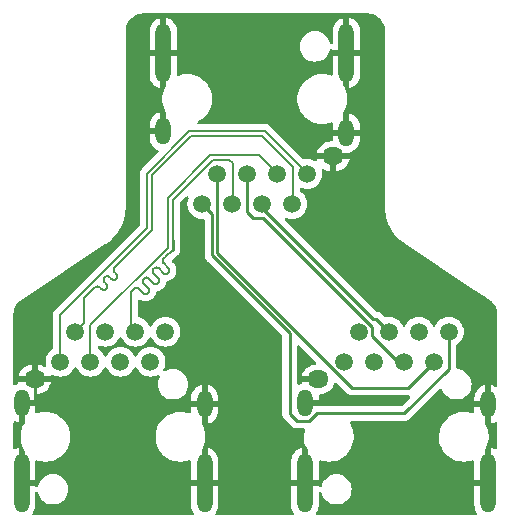
<source format=gbr>
G04 #@! TF.GenerationSoftware,KiCad,Pcbnew,(6.0.4-0)*
G04 #@! TF.CreationDate,2022-05-30T10:48:11+01:00*
G04 #@! TF.ProjectId,InterlockSplitterCombiner06,496e7465-726c-46f6-936b-53706c697474,rev?*
G04 #@! TF.SameCoordinates,Original*
G04 #@! TF.FileFunction,Copper,L1,Top*
G04 #@! TF.FilePolarity,Positive*
%FSLAX46Y46*%
G04 Gerber Fmt 4.6, Leading zero omitted, Abs format (unit mm)*
G04 Created by KiCad (PCBNEW (6.0.4-0)) date 2022-05-30 10:48:11*
%MOMM*%
%LPD*%
G01*
G04 APERTURE LIST*
G04 #@! TA.AperFunction,ComponentPad*
%ADD10C,1.500000*%
G04 #@! TD*
G04 #@! TA.AperFunction,ComponentPad*
%ADD11O,1.300000X5.000000*%
G04 #@! TD*
G04 #@! TA.AperFunction,ComponentPad*
%ADD12O,1.800000X1.500000*%
G04 #@! TD*
G04 #@! TA.AperFunction,ComponentPad*
%ADD13O,1.300000X2.300000*%
G04 #@! TD*
G04 #@! TA.AperFunction,Conductor*
%ADD14C,0.200000*%
G04 #@! TD*
G04 #@! TA.AperFunction,Conductor*
%ADD15C,0.250000*%
G04 #@! TD*
G04 APERTURE END LIST*
D10*
X164400000Y-60600000D03*
X163130000Y-63140000D03*
X161860000Y-60600000D03*
X160590000Y-63140000D03*
X159320000Y-60600000D03*
X158050000Y-63140000D03*
X156780000Y-60600000D03*
X155510000Y-63140000D03*
D11*
X152200000Y-50350000D03*
D12*
X166600000Y-59100000D03*
D11*
X167700000Y-50350000D03*
D13*
X152200000Y-57000000D03*
X167700000Y-57100000D03*
D10*
X143500000Y-76500000D03*
X144770000Y-73960000D03*
X146040000Y-76500000D03*
X147310000Y-73960000D03*
X148580000Y-76500000D03*
X149850000Y-73960000D03*
X151120000Y-76500000D03*
X152390000Y-73960000D03*
D13*
X140200000Y-80000000D03*
X155700000Y-80100000D03*
D11*
X155700000Y-86750000D03*
X140200000Y-86750000D03*
D12*
X141300000Y-78000000D03*
D10*
X167500000Y-76500000D03*
X168770000Y-73960000D03*
X170040000Y-76500000D03*
X171310000Y-73960000D03*
X172580000Y-76500000D03*
X173850000Y-73960000D03*
X175120000Y-76500000D03*
X176390000Y-73960000D03*
D13*
X179700000Y-80100000D03*
D11*
X164200000Y-86750000D03*
X179700000Y-86750000D03*
D12*
X165300000Y-78000000D03*
D13*
X164200000Y-80000000D03*
D14*
X146513048Y-70128967D02*
X146578542Y-70114018D01*
X147376145Y-70327617D02*
X147418030Y-70275094D01*
X146452522Y-70158114D02*
X146513048Y-70128967D01*
X148295705Y-69167873D02*
X148266558Y-69107347D01*
X147248527Y-69775734D02*
X147206641Y-69723211D01*
X148266558Y-69107347D02*
X148224673Y-69054824D01*
X147462126Y-70149074D02*
X147462126Y-70081895D01*
X147462126Y-70081895D02*
X147447177Y-70016401D01*
X148310654Y-69233367D02*
X148295705Y-69167873D01*
X145519999Y-73210001D02*
X145519999Y-71080001D01*
X144770000Y-73960000D02*
X145519999Y-73210001D01*
X146824264Y-70200000D02*
X146951881Y-70327617D01*
X146951881Y-70327617D02*
X147004404Y-70369503D01*
X145519999Y-71080001D02*
X146400000Y-70200000D01*
X146400000Y-70200000D02*
X146452522Y-70158114D01*
X147064930Y-70398650D02*
X147130424Y-70413599D01*
X147004404Y-70369503D02*
X147064930Y-70398650D01*
X147130424Y-70413599D02*
X147197603Y-70413599D01*
X148026022Y-68615990D02*
X148055169Y-68555464D01*
X147197603Y-70413599D02*
X147263097Y-70398650D01*
X147323623Y-70369503D02*
X147376145Y-70327617D01*
X147263097Y-70398650D02*
X147323623Y-70369503D01*
X146771741Y-70158114D02*
X146824264Y-70200000D01*
X147418030Y-70275094D02*
X147447177Y-70214568D01*
X147447177Y-70214568D02*
X147462126Y-70149074D01*
X146645721Y-70114018D02*
X146711215Y-70128967D01*
X146711215Y-70128967D02*
X146771741Y-70158114D01*
X146578542Y-70114018D02*
X146645721Y-70114018D01*
X147447177Y-70016401D02*
X147418030Y-69955875D01*
X147418030Y-69955875D02*
X147376145Y-69903352D01*
X147376145Y-69903352D02*
X147248527Y-69775734D01*
X147206641Y-69723211D02*
X147177494Y-69662685D01*
X148011073Y-68748663D02*
X148011073Y-68681484D01*
X147177494Y-69662685D02*
X147162545Y-69597191D01*
X147162545Y-69597191D02*
X147162545Y-69530012D01*
X147162545Y-69530012D02*
X147177494Y-69464518D01*
X148055169Y-68555464D02*
X148097056Y-68502943D01*
X147177494Y-69464518D02*
X147206641Y-69403992D01*
X147206641Y-69403992D02*
X147248528Y-69351472D01*
X147248528Y-69351472D02*
X147301050Y-69309586D01*
X147301050Y-69309586D02*
X147361576Y-69280439D01*
X147361576Y-69280439D02*
X147427070Y-69265490D01*
X147427070Y-69265490D02*
X147494249Y-69265490D01*
X147494249Y-69265490D02*
X147559743Y-69280439D01*
X147559743Y-69280439D02*
X147620269Y-69309586D01*
X147620269Y-69309586D02*
X147672792Y-69351472D01*
X147672792Y-69351472D02*
X147800409Y-69479089D01*
X147800409Y-69479089D02*
X147852932Y-69520975D01*
X147852932Y-69520975D02*
X147913458Y-69550122D01*
X147913458Y-69550122D02*
X147978952Y-69565071D01*
X147978952Y-69565071D02*
X148046131Y-69565071D01*
X148046131Y-69565071D02*
X148111625Y-69550122D01*
X148111625Y-69550122D02*
X148172151Y-69520975D01*
X148172151Y-69520975D02*
X148224673Y-69479089D01*
X148224673Y-69479089D02*
X148266558Y-69426566D01*
X148266558Y-69426566D02*
X148295705Y-69366040D01*
X148224673Y-69054824D02*
X148097055Y-68927206D01*
X148295705Y-69366040D02*
X148310654Y-69300546D01*
X148310654Y-69300546D02*
X148310654Y-69233367D01*
X148097055Y-68927206D02*
X148055169Y-68874683D01*
X163170000Y-59970000D02*
X163170000Y-63150000D01*
X148055169Y-68874683D02*
X148026022Y-68814157D01*
X148026022Y-68814157D02*
X148011073Y-68748663D01*
X148011073Y-68681484D02*
X148026022Y-68615990D01*
X148097056Y-68502943D02*
X151250000Y-65350000D01*
X151250000Y-65350000D02*
X151250000Y-60728998D01*
X151250000Y-60728998D02*
X154578998Y-57400000D01*
X154578998Y-57400000D02*
X160600000Y-57400000D01*
X160600000Y-57400000D02*
X163170000Y-59970000D01*
X160830000Y-57000000D02*
X164440000Y-60610000D01*
X150849989Y-60563309D02*
X154413298Y-57000000D01*
X154413298Y-57000000D02*
X160830000Y-57000000D01*
X143500000Y-76500000D02*
X143500000Y-72534300D01*
X143500000Y-72534300D02*
X150849989Y-65184311D01*
X150849989Y-65184311D02*
X150849989Y-60563309D01*
X152574990Y-66856810D02*
X146040000Y-73391800D01*
X161900000Y-60610000D02*
X160290000Y-59000000D01*
X146040000Y-73391800D02*
X146040000Y-75439340D01*
X156200000Y-59000000D02*
X152574990Y-62625010D01*
X160290000Y-59000000D02*
X156200000Y-59000000D01*
X152574990Y-62625010D02*
X152574990Y-66856810D01*
X146040000Y-75439340D02*
X146040000Y-76500000D01*
D15*
X172624521Y-80875479D02*
X165202700Y-80875479D01*
X164578179Y-81500000D02*
X163500000Y-81500000D01*
X165202700Y-80875479D02*
X164578179Y-81500000D01*
X162900000Y-80900000D02*
X162900000Y-74035718D01*
X156330480Y-67466197D02*
X156330480Y-63960480D01*
X156330480Y-63960480D02*
X155510000Y-63140000D01*
X176390000Y-77110000D02*
X172624521Y-80875479D01*
X162900000Y-74035718D02*
X156330480Y-67466197D01*
X176390000Y-73960000D02*
X176390000Y-77110000D01*
X163500000Y-81500000D02*
X162900000Y-80900000D01*
X175120000Y-76500000D02*
X172920000Y-78700000D01*
X166425489Y-76925489D02*
X156780000Y-67280000D01*
X166425489Y-76945078D02*
X166425489Y-76925489D01*
X168180411Y-78700000D02*
X166425489Y-76945078D01*
X156780000Y-67280000D02*
X156780000Y-60600000D01*
X172920000Y-78700000D02*
X168180411Y-78700000D01*
X160590000Y-63490000D02*
X160590000Y-63140000D01*
X171310000Y-73960000D02*
X170235489Y-72885489D01*
X170235489Y-72885489D02*
X169985489Y-72885489D01*
X169985489Y-72885489D02*
X160590000Y-63490000D01*
X159320000Y-63780567D02*
X159320000Y-60600000D01*
X160629589Y-64300000D02*
X159839433Y-64300000D01*
X169844511Y-73514922D02*
X160629589Y-64300000D01*
X159839433Y-64300000D02*
X159320000Y-63780567D01*
X172580000Y-76500000D02*
X172044511Y-76500000D01*
X172044511Y-76500000D02*
X169844511Y-74300000D01*
X169844511Y-74300000D02*
X169844511Y-73514922D01*
X140200000Y-80000000D02*
X141100000Y-80000000D01*
X141100000Y-80000000D02*
X141300000Y-79800000D01*
X141300000Y-79800000D02*
X141300000Y-79000000D01*
X141300000Y-79000000D02*
X141300000Y-78000000D01*
D14*
X150011215Y-70228967D02*
X150071741Y-70258114D01*
X151522499Y-69908618D02*
X151589678Y-69908618D01*
X152658634Y-68602367D02*
X152616749Y-68549844D01*
X152174550Y-68065630D02*
X152159602Y-68000136D01*
X152687781Y-68861060D02*
X152702730Y-68795566D01*
X151355170Y-68974684D02*
X151326022Y-68914158D01*
X151821320Y-68602944D02*
X152192485Y-68974109D01*
X151655173Y-69893670D02*
X151715698Y-69864522D01*
X151708271Y-68531911D02*
X151768797Y-68561058D01*
X150608477Y-70742198D02*
X150673971Y-70757146D01*
X151589678Y-69908618D02*
X151655173Y-69893670D01*
X151397056Y-68602944D02*
X151449578Y-68561058D01*
X150548528Y-69451471D02*
X150548528Y-69451472D01*
X152192485Y-68974109D02*
X152245007Y-69015994D01*
X150506642Y-69503993D02*
X150548528Y-69451471D01*
X151005674Y-70425443D02*
X150990725Y-70359949D01*
X151810106Y-69450895D02*
X151768221Y-69398372D01*
X149440000Y-73550000D02*
X149440000Y-70560000D01*
X150547951Y-70713050D02*
X150608477Y-70742198D01*
X153000000Y-66150000D02*
X153000000Y-66200000D01*
X149850000Y-73960000D02*
X149440000Y-73550000D01*
X152174550Y-67867462D02*
X152203698Y-67806937D01*
X150806645Y-70742198D02*
X150867170Y-70713050D01*
X150727070Y-69365490D02*
X150794249Y-69365490D01*
X151005674Y-70492622D02*
X151005674Y-70425443D01*
X152616749Y-68974109D02*
X152658634Y-68921586D01*
X150867170Y-70713050D02*
X150919693Y-70671165D01*
X150972792Y-69451472D02*
X151343957Y-69822637D01*
X151311074Y-68848664D02*
X151311074Y-68781485D01*
X151768221Y-69822637D02*
X151810106Y-69770114D01*
X151642777Y-68516962D02*
X151708271Y-68531911D01*
X152371027Y-69060090D02*
X152438206Y-69060090D01*
X157800000Y-59400000D02*
X156400000Y-59400000D01*
X152658634Y-68921586D02*
X152687781Y-68861060D01*
X150741150Y-70757146D02*
X150806645Y-70742198D01*
X152616749Y-68549844D02*
X152245583Y-68178678D01*
X153000000Y-62800000D02*
X153000000Y-66150000D01*
X152564226Y-69015994D02*
X152616749Y-68974109D01*
X150548528Y-69451472D02*
X150601050Y-69409586D01*
X150794249Y-69365490D02*
X150859743Y-69380439D01*
X149945721Y-70214018D02*
X150011215Y-70228967D01*
X152351649Y-67648351D02*
X152988039Y-67011961D01*
X150124264Y-70300000D02*
X150495429Y-70671165D01*
X151397056Y-68602943D02*
X151397056Y-68602944D01*
X150071741Y-70258114D02*
X150124264Y-70300000D01*
X151854202Y-69576915D02*
X151839253Y-69511421D01*
X158090000Y-59690000D02*
X157800000Y-59400000D01*
X151449578Y-68561058D02*
X151510104Y-68531911D01*
X150990725Y-70558116D02*
X151005674Y-70492622D01*
X150462546Y-69630013D02*
X150477494Y-69564518D01*
X152203698Y-67806937D02*
X152245584Y-67754415D01*
X150462546Y-69697192D02*
X150462546Y-69630013D01*
X151355170Y-68655465D02*
X151397056Y-68602943D01*
X150495429Y-70671165D02*
X150547951Y-70713050D01*
X152245583Y-68178678D02*
X152203698Y-68126156D01*
X152687781Y-68662893D02*
X152658634Y-68602367D01*
X150859743Y-69380439D02*
X150920269Y-69409586D01*
X151343957Y-69822637D02*
X151396479Y-69864522D01*
X150661576Y-69380439D02*
X150727070Y-69365490D01*
D15*
X153000000Y-67000000D02*
X153000000Y-66200000D01*
D14*
X151397055Y-69027206D02*
X151355170Y-68974684D01*
X152988039Y-67011961D02*
X153000000Y-67000000D01*
X150990725Y-70359949D02*
X150961578Y-70299423D01*
X149700000Y-70300000D02*
X149752522Y-70258114D01*
X151839253Y-69511421D02*
X151810106Y-69450895D01*
X149878542Y-70214018D02*
X149945721Y-70214018D01*
X152702730Y-68795566D02*
X152702730Y-68728387D01*
X156400000Y-59400000D02*
X153000000Y-62800000D01*
X149752522Y-70258114D02*
X149813048Y-70228967D01*
X151715698Y-69864522D02*
X151768221Y-69822637D01*
X151326022Y-68914158D02*
X151311074Y-68848664D01*
X151810106Y-69770114D02*
X151839253Y-69709588D01*
X150548527Y-69875734D02*
X150506642Y-69823212D01*
X150961578Y-70299423D02*
X150919693Y-70246900D01*
X151854202Y-69644094D02*
X151854202Y-69576915D01*
X150920269Y-69409586D02*
X150972792Y-69451472D01*
X151396479Y-69864522D02*
X151457005Y-69893670D01*
X152159602Y-67932957D02*
X152174550Y-67867462D01*
X150673971Y-70757146D02*
X150741150Y-70757146D01*
X150477494Y-69564518D02*
X150506642Y-69503993D01*
X152702730Y-68728387D02*
X152687781Y-68662893D01*
X151311074Y-68781485D02*
X151326022Y-68715990D01*
X150477494Y-69762686D02*
X150462546Y-69697192D01*
X150506642Y-69823212D02*
X150477494Y-69762686D01*
X150919693Y-70671165D02*
X150961578Y-70618642D01*
X150919693Y-70246900D02*
X150548527Y-69875734D01*
X152305533Y-69045142D02*
X152371027Y-69060090D01*
X151575598Y-68516962D02*
X151642777Y-68516962D01*
X151510104Y-68531911D02*
X151575598Y-68516962D01*
X151768221Y-69398372D02*
X151397055Y-69027206D01*
X158090000Y-63150000D02*
X158090000Y-59690000D01*
X152438206Y-69060090D02*
X152503701Y-69045142D01*
X152245584Y-67754415D02*
X152351649Y-67648351D01*
X149813048Y-70228967D02*
X149878542Y-70214018D01*
X152503701Y-69045142D02*
X152564226Y-69015994D01*
X151326022Y-68715990D02*
X151355170Y-68655465D01*
X152203698Y-68126156D02*
X152174550Y-68065630D01*
X149440000Y-70560000D02*
X149700000Y-70300000D01*
X151839253Y-69709588D02*
X151854202Y-69644094D01*
X150961578Y-70618642D02*
X150990725Y-70558116D01*
X151457005Y-69893670D02*
X151522499Y-69908618D01*
X152245007Y-69015994D02*
X152305533Y-69045142D01*
X152159602Y-68000136D02*
X152159602Y-67932957D01*
X151768797Y-68561058D02*
X151821320Y-68602944D01*
X150601050Y-69409586D02*
X150661576Y-69380439D01*
G04 #@! TA.AperFunction,Conductor*
G36*
X169470018Y-47010000D02*
G01*
X169484851Y-47012310D01*
X169484855Y-47012310D01*
X169493724Y-47013691D01*
X169508981Y-47011696D01*
X169534302Y-47010953D01*
X169703285Y-47023039D01*
X169721064Y-47025596D01*
X169911392Y-47066999D01*
X169928641Y-47072063D01*
X170111150Y-47140136D01*
X170127502Y-47147604D01*
X170298458Y-47240952D01*
X170313582Y-47250672D01*
X170469514Y-47367402D01*
X170483100Y-47379175D01*
X170620825Y-47516900D01*
X170632598Y-47530486D01*
X170749328Y-47686418D01*
X170759048Y-47701542D01*
X170852396Y-47872498D01*
X170859864Y-47888850D01*
X170927937Y-48071359D01*
X170933001Y-48088607D01*
X170974404Y-48278936D01*
X170976961Y-48296715D01*
X170988540Y-48458601D01*
X170987793Y-48476565D01*
X170987692Y-48484845D01*
X170986309Y-48493724D01*
X170989398Y-48517344D01*
X170990436Y-48525283D01*
X170991500Y-48541621D01*
X170991500Y-63450633D01*
X170990000Y-63470018D01*
X170987690Y-63484851D01*
X170987690Y-63484855D01*
X170986309Y-63493724D01*
X170987473Y-63502628D01*
X170987451Y-63504455D01*
X170987803Y-63508393D01*
X171003727Y-63838299D01*
X171020867Y-63955935D01*
X171049087Y-64149608D01*
X171052561Y-64173453D01*
X171066689Y-64230899D01*
X171123605Y-64462322D01*
X171133448Y-64502346D01*
X171245634Y-64821920D01*
X171388076Y-65129204D01*
X171559451Y-65421340D01*
X171758166Y-65695613D01*
X171760175Y-65697887D01*
X171760176Y-65697889D01*
X171930086Y-65890272D01*
X171982371Y-65949473D01*
X172134689Y-66091625D01*
X172203896Y-66156213D01*
X172229984Y-66180560D01*
X172498702Y-66386724D01*
X172757851Y-66548466D01*
X172770016Y-66557101D01*
X172774594Y-66560776D01*
X172785476Y-66567034D01*
X172790028Y-66568787D01*
X172794403Y-66570871D01*
X172794199Y-66571299D01*
X172812273Y-66580679D01*
X178242921Y-70217222D01*
X179602876Y-71127893D01*
X179605785Y-71129900D01*
X179659084Y-71167798D01*
X179673978Y-71172960D01*
X179696719Y-71183478D01*
X179837156Y-71266300D01*
X179851511Y-71276164D01*
X179951970Y-71355955D01*
X179999340Y-71393580D01*
X180012200Y-71405332D01*
X180093109Y-71490261D01*
X180142423Y-71542026D01*
X180153539Y-71555442D01*
X180263647Y-71708774D01*
X180272808Y-71723595D01*
X180360722Y-71890673D01*
X180367749Y-71906616D01*
X180431767Y-72084204D01*
X180436529Y-72100964D01*
X180475440Y-72285704D01*
X180477842Y-72302949D01*
X180485411Y-72412158D01*
X180488621Y-72458481D01*
X180487769Y-72478455D01*
X180487691Y-72484849D01*
X180486309Y-72493724D01*
X180487473Y-72502626D01*
X180487473Y-72502628D01*
X180488771Y-72512552D01*
X180489669Y-72519415D01*
X180490436Y-72525283D01*
X180491500Y-72541621D01*
X180491500Y-78501583D01*
X180471498Y-78569704D01*
X180417842Y-78616197D01*
X180347568Y-78626301D01*
X180298265Y-78608145D01*
X180232856Y-78566875D01*
X180222609Y-78561654D01*
X180035668Y-78487072D01*
X180024631Y-78483803D01*
X179971770Y-78473288D01*
X179958894Y-78474440D01*
X179954000Y-78489596D01*
X179954000Y-81713294D01*
X179957806Y-81726256D01*
X179972722Y-81728192D01*
X179995300Y-81724313D01*
X180006417Y-81721334D01*
X180195252Y-81651669D01*
X180205630Y-81646719D01*
X180301077Y-81589934D01*
X180369847Y-81572294D01*
X180437237Y-81594635D01*
X180481851Y-81649862D01*
X180491500Y-81698219D01*
X180491500Y-83801583D01*
X180471498Y-83869704D01*
X180417842Y-83916197D01*
X180347568Y-83926301D01*
X180298265Y-83908145D01*
X180232856Y-83866875D01*
X180222609Y-83861654D01*
X180035668Y-83787072D01*
X180024631Y-83783803D01*
X179971770Y-83773288D01*
X179958894Y-83774440D01*
X179954000Y-83789596D01*
X179954000Y-86878000D01*
X179933998Y-86946121D01*
X179880342Y-86992614D01*
X179828000Y-87004000D01*
X178560115Y-87004000D01*
X178544876Y-87008475D01*
X178543671Y-87009865D01*
X178542000Y-87017548D01*
X178542000Y-88651092D01*
X178542266Y-88656881D01*
X178555984Y-88806176D01*
X178558082Y-88817497D01*
X178612713Y-89011203D01*
X178616837Y-89021950D01*
X178705859Y-89202466D01*
X178711869Y-89212273D01*
X178769993Y-89290111D01*
X178794725Y-89356661D01*
X178779550Y-89426017D01*
X178729288Y-89476159D01*
X178669035Y-89491500D01*
X165231642Y-89491500D01*
X165163521Y-89471498D01*
X165117028Y-89417842D01*
X165106924Y-89347568D01*
X165132692Y-89287494D01*
X165171764Y-89237931D01*
X165178032Y-89228280D01*
X165271743Y-89050164D01*
X165276152Y-89039521D01*
X165335833Y-88847316D01*
X165338227Y-88836054D01*
X165357563Y-88672678D01*
X165358000Y-88665272D01*
X165358000Y-87610590D01*
X165378002Y-87542469D01*
X165431658Y-87495976D01*
X165501932Y-87485872D01*
X165566512Y-87515366D01*
X165605707Y-87577979D01*
X165649297Y-87740660D01*
X165651619Y-87745641D01*
X165651620Y-87745642D01*
X165741884Y-87939214D01*
X165741885Y-87939215D01*
X165744210Y-87944201D01*
X165873026Y-88128169D01*
X166031831Y-88286974D01*
X166036339Y-88290131D01*
X166036342Y-88290133D01*
X166211290Y-88412633D01*
X166215799Y-88415790D01*
X166220781Y-88418113D01*
X166220786Y-88418116D01*
X166414358Y-88508380D01*
X166419340Y-88510703D01*
X166424648Y-88512125D01*
X166424650Y-88512126D01*
X166630956Y-88567405D01*
X166630958Y-88567405D01*
X166636271Y-88568829D01*
X166734186Y-88577396D01*
X166801235Y-88583262D01*
X166801242Y-88583262D01*
X166803959Y-88583500D01*
X166916041Y-88583500D01*
X166918758Y-88583262D01*
X166918765Y-88583262D01*
X166985814Y-88577396D01*
X167083729Y-88568829D01*
X167089042Y-88567405D01*
X167089044Y-88567405D01*
X167295350Y-88512126D01*
X167295352Y-88512125D01*
X167300660Y-88510703D01*
X167305642Y-88508380D01*
X167499214Y-88418116D01*
X167499219Y-88418113D01*
X167504201Y-88415790D01*
X167508710Y-88412633D01*
X167683658Y-88290133D01*
X167683661Y-88290131D01*
X167688169Y-88286974D01*
X167846974Y-88128169D01*
X167975790Y-87944202D01*
X167978113Y-87939220D01*
X167978116Y-87939215D01*
X168068380Y-87745642D01*
X168068380Y-87745641D01*
X168070703Y-87740660D01*
X168128829Y-87523729D01*
X168148403Y-87300000D01*
X168128829Y-87076271D01*
X168114318Y-87022115D01*
X168072126Y-86864650D01*
X168072125Y-86864648D01*
X168070703Y-86859340D01*
X168068380Y-86854358D01*
X167978116Y-86660786D01*
X167978113Y-86660781D01*
X167975790Y-86655799D01*
X167972633Y-86651290D01*
X167850133Y-86476342D01*
X167850131Y-86476339D01*
X167846974Y-86471831D01*
X167688169Y-86313026D01*
X167683661Y-86309869D01*
X167683658Y-86309867D01*
X167508710Y-86187367D01*
X167508708Y-86187366D01*
X167504201Y-86184210D01*
X167499219Y-86181887D01*
X167499214Y-86181884D01*
X167305642Y-86091620D01*
X167305641Y-86091619D01*
X167300660Y-86089297D01*
X167295352Y-86087875D01*
X167295350Y-86087874D01*
X167089044Y-86032595D01*
X167089042Y-86032595D01*
X167083729Y-86031171D01*
X166985814Y-86022604D01*
X166918765Y-86016738D01*
X166918758Y-86016738D01*
X166916041Y-86016500D01*
X166803959Y-86016500D01*
X166801242Y-86016738D01*
X166801235Y-86016738D01*
X166734186Y-86022604D01*
X166636271Y-86031171D01*
X166630958Y-86032595D01*
X166630956Y-86032595D01*
X166424650Y-86087874D01*
X166424648Y-86087875D01*
X166419340Y-86089297D01*
X166414359Y-86091619D01*
X166414358Y-86091620D01*
X166220786Y-86181884D01*
X166220781Y-86181887D01*
X166215799Y-86184210D01*
X166211292Y-86187366D01*
X166211290Y-86187367D01*
X166036342Y-86309867D01*
X166036339Y-86309869D01*
X166031831Y-86313026D01*
X165873026Y-86471831D01*
X165869869Y-86476340D01*
X165869867Y-86476342D01*
X165816488Y-86552575D01*
X165744210Y-86655798D01*
X165741887Y-86660780D01*
X165741884Y-86660785D01*
X165741884Y-86660786D01*
X165649297Y-86859340D01*
X165647875Y-86864648D01*
X165647874Y-86864650D01*
X165603663Y-87029650D01*
X165566711Y-87090273D01*
X165502851Y-87121294D01*
X165432356Y-87112866D01*
X165377609Y-87067663D01*
X165361060Y-87032537D01*
X165353525Y-87006876D01*
X165352135Y-87005671D01*
X165344452Y-87004000D01*
X163060115Y-87004000D01*
X163044876Y-87008475D01*
X163043671Y-87009865D01*
X163042000Y-87017548D01*
X163042000Y-88651092D01*
X163042266Y-88656881D01*
X163055984Y-88806176D01*
X163058082Y-88817497D01*
X163112713Y-89011203D01*
X163116837Y-89021950D01*
X163205859Y-89202466D01*
X163211869Y-89212273D01*
X163269993Y-89290111D01*
X163294725Y-89356661D01*
X163279550Y-89426017D01*
X163229288Y-89476159D01*
X163169035Y-89491500D01*
X156731642Y-89491500D01*
X156663521Y-89471498D01*
X156617028Y-89417842D01*
X156606924Y-89347568D01*
X156632692Y-89287494D01*
X156671764Y-89237931D01*
X156678032Y-89228280D01*
X156771743Y-89050164D01*
X156776152Y-89039521D01*
X156835833Y-88847316D01*
X156838227Y-88836054D01*
X156857563Y-88672678D01*
X156858000Y-88665272D01*
X156858000Y-87022115D01*
X156853525Y-87006876D01*
X156852135Y-87005671D01*
X156844452Y-87004000D01*
X154560115Y-87004000D01*
X154544876Y-87008475D01*
X154543671Y-87009865D01*
X154542000Y-87017548D01*
X154542000Y-88651092D01*
X154542266Y-88656881D01*
X154555984Y-88806176D01*
X154558082Y-88817497D01*
X154612713Y-89011203D01*
X154616837Y-89021950D01*
X154705859Y-89202466D01*
X154711869Y-89212273D01*
X154769993Y-89290111D01*
X154794725Y-89356661D01*
X154779550Y-89426017D01*
X154729288Y-89476159D01*
X154669035Y-89491500D01*
X141231642Y-89491500D01*
X141163521Y-89471498D01*
X141117028Y-89417842D01*
X141106924Y-89347568D01*
X141132692Y-89287494D01*
X141171764Y-89237931D01*
X141178032Y-89228280D01*
X141271743Y-89050164D01*
X141276152Y-89039521D01*
X141335833Y-88847316D01*
X141338227Y-88836054D01*
X141357563Y-88672678D01*
X141358000Y-88665272D01*
X141358000Y-87610590D01*
X141378002Y-87542469D01*
X141431658Y-87495976D01*
X141501932Y-87485872D01*
X141566512Y-87515366D01*
X141605707Y-87577979D01*
X141649297Y-87740660D01*
X141651619Y-87745641D01*
X141651620Y-87745642D01*
X141741884Y-87939214D01*
X141741885Y-87939215D01*
X141744210Y-87944201D01*
X141873026Y-88128169D01*
X142031831Y-88286974D01*
X142036339Y-88290131D01*
X142036342Y-88290133D01*
X142211290Y-88412633D01*
X142215799Y-88415790D01*
X142220781Y-88418113D01*
X142220786Y-88418116D01*
X142414358Y-88508380D01*
X142419340Y-88510703D01*
X142424648Y-88512125D01*
X142424650Y-88512126D01*
X142630956Y-88567405D01*
X142630958Y-88567405D01*
X142636271Y-88568829D01*
X142734186Y-88577396D01*
X142801235Y-88583262D01*
X142801242Y-88583262D01*
X142803959Y-88583500D01*
X142916041Y-88583500D01*
X142918758Y-88583262D01*
X142918765Y-88583262D01*
X142985814Y-88577396D01*
X143083729Y-88568829D01*
X143089042Y-88567405D01*
X143089044Y-88567405D01*
X143295350Y-88512126D01*
X143295352Y-88512125D01*
X143300660Y-88510703D01*
X143305642Y-88508380D01*
X143499214Y-88418116D01*
X143499219Y-88418113D01*
X143504201Y-88415790D01*
X143508710Y-88412633D01*
X143683658Y-88290133D01*
X143683661Y-88290131D01*
X143688169Y-88286974D01*
X143846974Y-88128169D01*
X143975790Y-87944202D01*
X143978113Y-87939220D01*
X143978116Y-87939215D01*
X144068380Y-87745642D01*
X144068380Y-87745641D01*
X144070703Y-87740660D01*
X144128829Y-87523729D01*
X144148403Y-87300000D01*
X144128829Y-87076271D01*
X144114318Y-87022115D01*
X144072126Y-86864650D01*
X144072125Y-86864648D01*
X144070703Y-86859340D01*
X144068380Y-86854358D01*
X143978116Y-86660786D01*
X143978113Y-86660781D01*
X143975790Y-86655799D01*
X143972633Y-86651290D01*
X143850133Y-86476342D01*
X143850131Y-86476339D01*
X143846974Y-86471831D01*
X143688169Y-86313026D01*
X143683661Y-86309869D01*
X143683658Y-86309867D01*
X143508710Y-86187367D01*
X143508708Y-86187366D01*
X143504201Y-86184210D01*
X143499219Y-86181887D01*
X143499214Y-86181884D01*
X143305642Y-86091620D01*
X143305641Y-86091619D01*
X143300660Y-86089297D01*
X143295352Y-86087875D01*
X143295350Y-86087874D01*
X143089044Y-86032595D01*
X143089042Y-86032595D01*
X143083729Y-86031171D01*
X142985814Y-86022604D01*
X142918765Y-86016738D01*
X142918758Y-86016738D01*
X142916041Y-86016500D01*
X142803959Y-86016500D01*
X142801242Y-86016738D01*
X142801235Y-86016738D01*
X142734186Y-86022604D01*
X142636271Y-86031171D01*
X142630958Y-86032595D01*
X142630956Y-86032595D01*
X142424650Y-86087874D01*
X142424648Y-86087875D01*
X142419340Y-86089297D01*
X142414359Y-86091619D01*
X142414358Y-86091620D01*
X142220786Y-86181884D01*
X142220781Y-86181887D01*
X142215799Y-86184210D01*
X142211292Y-86187366D01*
X142211290Y-86187367D01*
X142036342Y-86309867D01*
X142036339Y-86309869D01*
X142031831Y-86313026D01*
X141873026Y-86471831D01*
X141869869Y-86476340D01*
X141869867Y-86476342D01*
X141816488Y-86552575D01*
X141744210Y-86655798D01*
X141741887Y-86660780D01*
X141741884Y-86660785D01*
X141741884Y-86660786D01*
X141649297Y-86859340D01*
X141647875Y-86864648D01*
X141647874Y-86864650D01*
X141603663Y-87029650D01*
X141566711Y-87090273D01*
X141502851Y-87121294D01*
X141432356Y-87112866D01*
X141377609Y-87067663D01*
X141361060Y-87032537D01*
X141353525Y-87006876D01*
X141352135Y-87005671D01*
X141344452Y-87004000D01*
X140072000Y-87004000D01*
X140003879Y-86983998D01*
X139957386Y-86930342D01*
X139946000Y-86878000D01*
X139946000Y-83786706D01*
X139942194Y-83773744D01*
X139927278Y-83771808D01*
X139904700Y-83775687D01*
X139893583Y-83778666D01*
X139704748Y-83848331D01*
X139689154Y-83855769D01*
X139688017Y-83853385D01*
X139630078Y-83868209D01*
X139562701Y-83845829D01*
X139518120Y-83790574D01*
X139508500Y-83742287D01*
X139508500Y-82982703D01*
X140120743Y-82982703D01*
X140158268Y-83267734D01*
X140234129Y-83545036D01*
X140235813Y-83548984D01*
X140338861Y-83790574D01*
X140346923Y-83809476D01*
X140356340Y-83825210D01*
X140436116Y-83958507D01*
X140454000Y-84023213D01*
X140454000Y-86477885D01*
X140458475Y-86493124D01*
X140459865Y-86494329D01*
X140467548Y-86496000D01*
X141339885Y-86496000D01*
X141355124Y-86491525D01*
X141356329Y-86490135D01*
X141358000Y-86482452D01*
X141358000Y-84956459D01*
X141378002Y-84888338D01*
X141431658Y-84841845D01*
X141501932Y-84831741D01*
X141527301Y-84838133D01*
X141601236Y-84865189D01*
X141640373Y-84879511D01*
X141921264Y-84940755D01*
X141949841Y-84943004D01*
X142144282Y-84958307D01*
X142144291Y-84958307D01*
X142146739Y-84958500D01*
X142302271Y-84958500D01*
X142304407Y-84958354D01*
X142304418Y-84958354D01*
X142512548Y-84944165D01*
X142512554Y-84944164D01*
X142516825Y-84943873D01*
X142521020Y-84943004D01*
X142521022Y-84943004D01*
X142657583Y-84914724D01*
X142798342Y-84885574D01*
X143069343Y-84789607D01*
X143276854Y-84682503D01*
X143321005Y-84659715D01*
X143321006Y-84659715D01*
X143324812Y-84657750D01*
X143328313Y-84655289D01*
X143328317Y-84655287D01*
X143442417Y-84575096D01*
X143560023Y-84492441D01*
X143770622Y-84296740D01*
X143952713Y-84074268D01*
X144102927Y-83829142D01*
X144120287Y-83789596D01*
X144216757Y-83569830D01*
X144218483Y-83565898D01*
X144297244Y-83289406D01*
X144337751Y-83004784D01*
X144337845Y-82986951D01*
X144337867Y-82982703D01*
X151550743Y-82982703D01*
X151588268Y-83267734D01*
X151664129Y-83545036D01*
X151665813Y-83548984D01*
X151768861Y-83790574D01*
X151776923Y-83809476D01*
X151803140Y-83853281D01*
X151879746Y-83981280D01*
X151924561Y-84056161D01*
X152104313Y-84280528D01*
X152121397Y-84296740D01*
X152282727Y-84449836D01*
X152312851Y-84478423D01*
X152546317Y-84646186D01*
X152550112Y-84648195D01*
X152550113Y-84648196D01*
X152571869Y-84659715D01*
X152800392Y-84780712D01*
X153070373Y-84879511D01*
X153351264Y-84940755D01*
X153379841Y-84943004D01*
X153574282Y-84958307D01*
X153574291Y-84958307D01*
X153576739Y-84958500D01*
X153732271Y-84958500D01*
X153734407Y-84958354D01*
X153734418Y-84958354D01*
X153942548Y-84944165D01*
X153942554Y-84944164D01*
X153946825Y-84943873D01*
X153951020Y-84943004D01*
X153951022Y-84943004D01*
X154087583Y-84914724D01*
X154228342Y-84885574D01*
X154348231Y-84843119D01*
X154373940Y-84834015D01*
X154444831Y-84830131D01*
X154506567Y-84865189D01*
X154539550Y-84928060D01*
X154542000Y-84952788D01*
X154542000Y-86477885D01*
X154546475Y-86493124D01*
X154547865Y-86494329D01*
X154555548Y-86496000D01*
X155427885Y-86496000D01*
X155443124Y-86491525D01*
X155444329Y-86490135D01*
X155446000Y-86482452D01*
X155446000Y-86477885D01*
X155954000Y-86477885D01*
X155958475Y-86493124D01*
X155959865Y-86494329D01*
X155967548Y-86496000D01*
X156839885Y-86496000D01*
X156855124Y-86491525D01*
X156856329Y-86490135D01*
X156858000Y-86482452D01*
X156858000Y-86477885D01*
X163042000Y-86477885D01*
X163046475Y-86493124D01*
X163047865Y-86494329D01*
X163055548Y-86496000D01*
X163927885Y-86496000D01*
X163943124Y-86491525D01*
X163944329Y-86490135D01*
X163946000Y-86482452D01*
X163946000Y-83786706D01*
X163942194Y-83773744D01*
X163927278Y-83771808D01*
X163904700Y-83775687D01*
X163893583Y-83778666D01*
X163704748Y-83848331D01*
X163694370Y-83853281D01*
X163521394Y-83956191D01*
X163512085Y-83962955D01*
X163360757Y-84095665D01*
X163352847Y-84104000D01*
X163228236Y-84262069D01*
X163221968Y-84271720D01*
X163128257Y-84449836D01*
X163123848Y-84460479D01*
X163064167Y-84652684D01*
X163061773Y-84663946D01*
X163042437Y-84827322D01*
X163042000Y-84834728D01*
X163042000Y-86477885D01*
X156858000Y-86477885D01*
X156858000Y-84848908D01*
X156857734Y-84843119D01*
X156844016Y-84693824D01*
X156841918Y-84682503D01*
X156787287Y-84488797D01*
X156783163Y-84478050D01*
X156694141Y-84297534D01*
X156688131Y-84287727D01*
X156567701Y-84126451D01*
X156560011Y-84117911D01*
X156412206Y-83981280D01*
X156403081Y-83974279D01*
X156232856Y-83866875D01*
X156222609Y-83861654D01*
X156035668Y-83787072D01*
X156024631Y-83783803D01*
X155971770Y-83773288D01*
X155958894Y-83774440D01*
X155954000Y-83789596D01*
X155954000Y-86477885D01*
X155446000Y-86477885D01*
X155446000Y-84006528D01*
X155464568Y-83940693D01*
X155530684Y-83832803D01*
X155530687Y-83832798D01*
X155532927Y-83829142D01*
X155648483Y-83565898D01*
X155727244Y-83289406D01*
X155767751Y-83004784D01*
X155767845Y-82986951D01*
X155769235Y-82721583D01*
X155769235Y-82721576D01*
X155769257Y-82717297D01*
X155731732Y-82432266D01*
X155655871Y-82154964D01*
X155618423Y-82067168D01*
X155544763Y-81894476D01*
X155544761Y-81894472D01*
X155543077Y-81890524D01*
X155463884Y-81758202D01*
X155451472Y-81713294D01*
X155954000Y-81713294D01*
X155957806Y-81726256D01*
X155972722Y-81728192D01*
X155995300Y-81724313D01*
X156006417Y-81721334D01*
X156195252Y-81651669D01*
X156205630Y-81646719D01*
X156378606Y-81543809D01*
X156387915Y-81537045D01*
X156539243Y-81404335D01*
X156547153Y-81396000D01*
X156671764Y-81237931D01*
X156678032Y-81228280D01*
X156771743Y-81050164D01*
X156776152Y-81039521D01*
X156835833Y-80847316D01*
X156838227Y-80836054D01*
X156857563Y-80672678D01*
X156858000Y-80665272D01*
X156858000Y-80372115D01*
X156853525Y-80356876D01*
X156852135Y-80355671D01*
X156844452Y-80354000D01*
X155972115Y-80354000D01*
X155956876Y-80358475D01*
X155955671Y-80359865D01*
X155954000Y-80367548D01*
X155954000Y-81713294D01*
X155451472Y-81713294D01*
X155446000Y-81693496D01*
X155446000Y-80372115D01*
X155441525Y-80356876D01*
X155440135Y-80355671D01*
X155432452Y-80354000D01*
X154560115Y-80354000D01*
X154544876Y-80358475D01*
X154543671Y-80359865D01*
X154542000Y-80367548D01*
X154542000Y-80651092D01*
X154542266Y-80656881D01*
X154549785Y-80738714D01*
X154536100Y-80808379D01*
X154486924Y-80859586D01*
X154417869Y-80876078D01*
X154381013Y-80868569D01*
X154253658Y-80821964D01*
X154253656Y-80821963D01*
X154249627Y-80820489D01*
X153968736Y-80759245D01*
X153937685Y-80756801D01*
X153745718Y-80741693D01*
X153745709Y-80741693D01*
X153743261Y-80741500D01*
X153587729Y-80741500D01*
X153585593Y-80741646D01*
X153585582Y-80741646D01*
X153377452Y-80755835D01*
X153377446Y-80755836D01*
X153373175Y-80756127D01*
X153368980Y-80756996D01*
X153368978Y-80756996D01*
X153232417Y-80785276D01*
X153091658Y-80814426D01*
X152820657Y-80910393D01*
X152565188Y-81042250D01*
X152561687Y-81044711D01*
X152561683Y-81044713D01*
X152447582Y-81124905D01*
X152329977Y-81207559D01*
X152314892Y-81221577D01*
X152127191Y-81396000D01*
X152119378Y-81403260D01*
X151937287Y-81625732D01*
X151787073Y-81870858D01*
X151785347Y-81874791D01*
X151785346Y-81874792D01*
X151676608Y-82122505D01*
X151671517Y-82134102D01*
X151592756Y-82410594D01*
X151552249Y-82695216D01*
X151552227Y-82699505D01*
X151552226Y-82699512D01*
X151550765Y-82978417D01*
X151550743Y-82982703D01*
X144337867Y-82982703D01*
X144339235Y-82721583D01*
X144339235Y-82721576D01*
X144339257Y-82717297D01*
X144301732Y-82432266D01*
X144225871Y-82154964D01*
X144188423Y-82067168D01*
X144114763Y-81894476D01*
X144114761Y-81894472D01*
X144113077Y-81890524D01*
X144015923Y-81728192D01*
X143967643Y-81647521D01*
X143967640Y-81647517D01*
X143965439Y-81643839D01*
X143785687Y-81419472D01*
X143643493Y-81284535D01*
X143580258Y-81224527D01*
X143580255Y-81224525D01*
X143577149Y-81221577D01*
X143343683Y-81053814D01*
X143336790Y-81050164D01*
X143278571Y-81019339D01*
X143089608Y-80919288D01*
X142872695Y-80839909D01*
X142823658Y-80821964D01*
X142823656Y-80821963D01*
X142819627Y-80820489D01*
X142538736Y-80759245D01*
X142507685Y-80756801D01*
X142315718Y-80741693D01*
X142315709Y-80741693D01*
X142313261Y-80741500D01*
X142157729Y-80741500D01*
X142155593Y-80741646D01*
X142155582Y-80741646D01*
X141947452Y-80755835D01*
X141947446Y-80755836D01*
X141943175Y-80756127D01*
X141938980Y-80756996D01*
X141938978Y-80756996D01*
X141802416Y-80785277D01*
X141661658Y-80814426D01*
X141617515Y-80830058D01*
X141505400Y-80869760D01*
X141434510Y-80873644D01*
X141372773Y-80838586D01*
X141339790Y-80775716D01*
X141338213Y-80736178D01*
X141357563Y-80572678D01*
X141358000Y-80565272D01*
X141358000Y-80272115D01*
X141353525Y-80256876D01*
X141352135Y-80255671D01*
X141344452Y-80254000D01*
X140472115Y-80254000D01*
X140456876Y-80258475D01*
X140455671Y-80259865D01*
X140454000Y-80267548D01*
X140454000Y-81613292D01*
X140457977Y-81626837D01*
X140457976Y-81697834D01*
X140444513Y-81728169D01*
X140357073Y-81870858D01*
X140355347Y-81874791D01*
X140355346Y-81874792D01*
X140246608Y-82122505D01*
X140241517Y-82134102D01*
X140162756Y-82410594D01*
X140122249Y-82695216D01*
X140122227Y-82699505D01*
X140122226Y-82699512D01*
X140120765Y-82978417D01*
X140120743Y-82982703D01*
X139508500Y-82982703D01*
X139508500Y-81656892D01*
X139528502Y-81588771D01*
X139582158Y-81542278D01*
X139652432Y-81532174D01*
X139681190Y-81539862D01*
X139864332Y-81612928D01*
X139875369Y-81616197D01*
X139928230Y-81626712D01*
X139941106Y-81625560D01*
X139946000Y-81610404D01*
X139946000Y-79872000D01*
X139958953Y-79827885D01*
X154542000Y-79827885D01*
X154546475Y-79843124D01*
X154547865Y-79844329D01*
X154555548Y-79846000D01*
X155427885Y-79846000D01*
X155443124Y-79841525D01*
X155444329Y-79840135D01*
X155446000Y-79832452D01*
X155446000Y-79827885D01*
X155954000Y-79827885D01*
X155958475Y-79843124D01*
X155959865Y-79844329D01*
X155967548Y-79846000D01*
X156839885Y-79846000D01*
X156855124Y-79841525D01*
X156856329Y-79840135D01*
X156858000Y-79832452D01*
X156858000Y-79548908D01*
X156857734Y-79543119D01*
X156844016Y-79393824D01*
X156841918Y-79382503D01*
X156787287Y-79188797D01*
X156783163Y-79178050D01*
X156694141Y-78997534D01*
X156688131Y-78987727D01*
X156567701Y-78826451D01*
X156560011Y-78817911D01*
X156412206Y-78681280D01*
X156403081Y-78674279D01*
X156232856Y-78566875D01*
X156222609Y-78561654D01*
X156035668Y-78487072D01*
X156024631Y-78483803D01*
X155971770Y-78473288D01*
X155958894Y-78474440D01*
X155954000Y-78489596D01*
X155954000Y-79827885D01*
X155446000Y-79827885D01*
X155446000Y-78486706D01*
X155442194Y-78473744D01*
X155427278Y-78471808D01*
X155404700Y-78475687D01*
X155393583Y-78478666D01*
X155204748Y-78548331D01*
X155194370Y-78553281D01*
X155021394Y-78656191D01*
X155012085Y-78662955D01*
X154860757Y-78795665D01*
X154852847Y-78804000D01*
X154728236Y-78962069D01*
X154721968Y-78971720D01*
X154628257Y-79149836D01*
X154623848Y-79160479D01*
X154564167Y-79352684D01*
X154561773Y-79363946D01*
X154542437Y-79527322D01*
X154542000Y-79534728D01*
X154542000Y-79827885D01*
X139958953Y-79827885D01*
X139966002Y-79803879D01*
X140019658Y-79757386D01*
X140072000Y-79746000D01*
X141339885Y-79746000D01*
X141355124Y-79741525D01*
X141356329Y-79740135D01*
X141358000Y-79732452D01*
X141358000Y-79448908D01*
X141357734Y-79443122D01*
X141353361Y-79395530D01*
X141367045Y-79325865D01*
X141416221Y-79274657D01*
X141478832Y-79258000D01*
X141504175Y-79258000D01*
X141509770Y-79257751D01*
X141668078Y-79243622D01*
X141679092Y-79241640D01*
X141884860Y-79185349D01*
X141895341Y-79181451D01*
X142087903Y-79089603D01*
X142097516Y-79083918D01*
X142270767Y-78959425D01*
X142279233Y-78952117D01*
X142427692Y-78798918D01*
X142434735Y-78790221D01*
X142553719Y-78613156D01*
X142559105Y-78603358D01*
X142644857Y-78408010D01*
X142648422Y-78397418D01*
X142678624Y-78271616D01*
X142677919Y-78257530D01*
X142669040Y-78254000D01*
X139931589Y-78254000D01*
X139917607Y-78258105D01*
X139912896Y-78288462D01*
X139911229Y-78288203D01*
X139908270Y-78327010D01*
X139865457Y-78383645D01*
X139834034Y-78400635D01*
X139704748Y-78448331D01*
X139689154Y-78455769D01*
X139688017Y-78453385D01*
X139630078Y-78468209D01*
X139562701Y-78445829D01*
X139518120Y-78390574D01*
X139508500Y-78342287D01*
X139508500Y-77728384D01*
X139921376Y-77728384D01*
X139922081Y-77742470D01*
X139930960Y-77746000D01*
X141027885Y-77746000D01*
X141043124Y-77741525D01*
X141044329Y-77740135D01*
X141046000Y-77732452D01*
X141046000Y-77727885D01*
X141554000Y-77727885D01*
X141558475Y-77743124D01*
X141559865Y-77744329D01*
X141567548Y-77746000D01*
X142668411Y-77746000D01*
X142682393Y-77741895D01*
X142683886Y-77732273D01*
X142683299Y-77729511D01*
X142688702Y-77658720D01*
X142731519Y-77602088D01*
X142798157Y-77577595D01*
X142868046Y-77593846D01*
X142868346Y-77594056D01*
X143067924Y-77687120D01*
X143280629Y-77744115D01*
X143500000Y-77763307D01*
X143719371Y-77744115D01*
X143932076Y-77687120D01*
X144131654Y-77594056D01*
X144312038Y-77467749D01*
X144467749Y-77312038D01*
X144480233Y-77294210D01*
X144590899Y-77136162D01*
X144590900Y-77136160D01*
X144594056Y-77131653D01*
X144596379Y-77126671D01*
X144596382Y-77126666D01*
X144655805Y-76999231D01*
X144702722Y-76945946D01*
X144770999Y-76926485D01*
X144838959Y-76947027D01*
X144884195Y-76999231D01*
X144943618Y-77126666D01*
X144943621Y-77126671D01*
X144945944Y-77131653D01*
X144949100Y-77136160D01*
X144949101Y-77136162D01*
X145059768Y-77294210D01*
X145072251Y-77312038D01*
X145227962Y-77467749D01*
X145408346Y-77594056D01*
X145607924Y-77687120D01*
X145820629Y-77744115D01*
X146040000Y-77763307D01*
X146259371Y-77744115D01*
X146472076Y-77687120D01*
X146671654Y-77594056D01*
X146852038Y-77467749D01*
X147007749Y-77312038D01*
X147020233Y-77294210D01*
X147130899Y-77136162D01*
X147130900Y-77136160D01*
X147134056Y-77131653D01*
X147136379Y-77126671D01*
X147136382Y-77126666D01*
X147195805Y-76999231D01*
X147242722Y-76945946D01*
X147310999Y-76926485D01*
X147378959Y-76947027D01*
X147424195Y-76999231D01*
X147483618Y-77126666D01*
X147483621Y-77126671D01*
X147485944Y-77131653D01*
X147489100Y-77136160D01*
X147489101Y-77136162D01*
X147599768Y-77294210D01*
X147612251Y-77312038D01*
X147767962Y-77467749D01*
X147948346Y-77594056D01*
X148147924Y-77687120D01*
X148360629Y-77744115D01*
X148580000Y-77763307D01*
X148799371Y-77744115D01*
X149012076Y-77687120D01*
X149211654Y-77594056D01*
X149392038Y-77467749D01*
X149547749Y-77312038D01*
X149560233Y-77294210D01*
X149670899Y-77136162D01*
X149670900Y-77136160D01*
X149674056Y-77131653D01*
X149676379Y-77126671D01*
X149676382Y-77126666D01*
X149735805Y-76999231D01*
X149782722Y-76945946D01*
X149850999Y-76926485D01*
X149918959Y-76947027D01*
X149964195Y-76999231D01*
X150023618Y-77126666D01*
X150023621Y-77126671D01*
X150025944Y-77131653D01*
X150029100Y-77136160D01*
X150029101Y-77136162D01*
X150139768Y-77294210D01*
X150152251Y-77312038D01*
X150307962Y-77467749D01*
X150488346Y-77594056D01*
X150687924Y-77687120D01*
X150900629Y-77744115D01*
X151120000Y-77763307D01*
X151339371Y-77744115D01*
X151552076Y-77687120D01*
X151735189Y-77601734D01*
X151805380Y-77591073D01*
X151870193Y-77620053D01*
X151909049Y-77679473D01*
X151909612Y-77750467D01*
X151902633Y-77769179D01*
X151854687Y-77872000D01*
X151809297Y-77969340D01*
X151807875Y-77974648D01*
X151807874Y-77974650D01*
X151752595Y-78180956D01*
X151751171Y-78186271D01*
X151731597Y-78410000D01*
X151751171Y-78633729D01*
X151752595Y-78639042D01*
X151752595Y-78639044D01*
X151807124Y-78842549D01*
X151809297Y-78850660D01*
X151811619Y-78855641D01*
X151811620Y-78855642D01*
X151901884Y-79049214D01*
X151901885Y-79049215D01*
X151904210Y-79054201D01*
X151907366Y-79058708D01*
X151907367Y-79058710D01*
X152014113Y-79211158D01*
X152033026Y-79238169D01*
X152191831Y-79396974D01*
X152196339Y-79400131D01*
X152196342Y-79400133D01*
X152371290Y-79522633D01*
X152375799Y-79525790D01*
X152380781Y-79528113D01*
X152380786Y-79528116D01*
X152574358Y-79618380D01*
X152579340Y-79620703D01*
X152584648Y-79622125D01*
X152584650Y-79622126D01*
X152790956Y-79677405D01*
X152790958Y-79677405D01*
X152796271Y-79678829D01*
X152894186Y-79687396D01*
X152961235Y-79693262D01*
X152961242Y-79693262D01*
X152963959Y-79693500D01*
X153076041Y-79693500D01*
X153078758Y-79693262D01*
X153078765Y-79693262D01*
X153145814Y-79687396D01*
X153243729Y-79678829D01*
X153249042Y-79677405D01*
X153249044Y-79677405D01*
X153455350Y-79622126D01*
X153455352Y-79622125D01*
X153460660Y-79620703D01*
X153465642Y-79618380D01*
X153659214Y-79528116D01*
X153659219Y-79528113D01*
X153664201Y-79525790D01*
X153668710Y-79522633D01*
X153843658Y-79400133D01*
X153843661Y-79400131D01*
X153848169Y-79396974D01*
X154006974Y-79238169D01*
X154025888Y-79211158D01*
X154095009Y-79112443D01*
X154135790Y-79054202D01*
X154138113Y-79049220D01*
X154138116Y-79049215D01*
X154228380Y-78855642D01*
X154228380Y-78855641D01*
X154230703Y-78850660D01*
X154232877Y-78842549D01*
X154287405Y-78639044D01*
X154287405Y-78639042D01*
X154288829Y-78633729D01*
X154308403Y-78410000D01*
X154288829Y-78186271D01*
X154287405Y-78180956D01*
X154232126Y-77974650D01*
X154232125Y-77974648D01*
X154230703Y-77969340D01*
X154193466Y-77889485D01*
X154138116Y-77770786D01*
X154138113Y-77770781D01*
X154135790Y-77765799D01*
X154129608Y-77756970D01*
X154010133Y-77586342D01*
X154010131Y-77586339D01*
X154006974Y-77581831D01*
X153848169Y-77423026D01*
X153843661Y-77419869D01*
X153843658Y-77419867D01*
X153668710Y-77297367D01*
X153668708Y-77297366D01*
X153664201Y-77294210D01*
X153659219Y-77291887D01*
X153659214Y-77291884D01*
X153465642Y-77201620D01*
X153465641Y-77201619D01*
X153460660Y-77199297D01*
X153455352Y-77197875D01*
X153455350Y-77197874D01*
X153249044Y-77142595D01*
X153249042Y-77142595D01*
X153243729Y-77141171D01*
X153138517Y-77131966D01*
X153078765Y-77126738D01*
X153078758Y-77126738D01*
X153076041Y-77126500D01*
X152963959Y-77126500D01*
X152961242Y-77126738D01*
X152961235Y-77126738D01*
X152901483Y-77131966D01*
X152796271Y-77141171D01*
X152790958Y-77142595D01*
X152790956Y-77142595D01*
X152584650Y-77197874D01*
X152584648Y-77197875D01*
X152579340Y-77199297D01*
X152574359Y-77201619D01*
X152574358Y-77201620D01*
X152385998Y-77289454D01*
X152315806Y-77300115D01*
X152250994Y-77271135D01*
X152212137Y-77211715D01*
X152211574Y-77140721D01*
X152218553Y-77122009D01*
X152307120Y-76932076D01*
X152364115Y-76719371D01*
X152383307Y-76500000D01*
X152364115Y-76280629D01*
X152307120Y-76067924D01*
X152259116Y-75964979D01*
X152216382Y-75873334D01*
X152216379Y-75873329D01*
X152214056Y-75868347D01*
X152087749Y-75687962D01*
X151932038Y-75532251D01*
X151751654Y-75405944D01*
X151552076Y-75312880D01*
X151339371Y-75255885D01*
X151120000Y-75236693D01*
X150900629Y-75255885D01*
X150687924Y-75312880D01*
X150640183Y-75335142D01*
X150493334Y-75403618D01*
X150493329Y-75403621D01*
X150488347Y-75405944D01*
X150483840Y-75409100D01*
X150483838Y-75409101D01*
X150312473Y-75529092D01*
X150312470Y-75529094D01*
X150307962Y-75532251D01*
X150152251Y-75687962D01*
X150025944Y-75868347D01*
X150023621Y-75873329D01*
X150023618Y-75873334D01*
X149964195Y-76000769D01*
X149917278Y-76054054D01*
X149849001Y-76073515D01*
X149781041Y-76052973D01*
X149735805Y-76000769D01*
X149676382Y-75873334D01*
X149676379Y-75873329D01*
X149674056Y-75868347D01*
X149547749Y-75687962D01*
X149392038Y-75532251D01*
X149211654Y-75405944D01*
X149012076Y-75312880D01*
X148799371Y-75255885D01*
X148580000Y-75236693D01*
X148360629Y-75255885D01*
X148147924Y-75312880D01*
X148100183Y-75335142D01*
X147953334Y-75403618D01*
X147953329Y-75403621D01*
X147948347Y-75405944D01*
X147943840Y-75409100D01*
X147943838Y-75409101D01*
X147772473Y-75529092D01*
X147772470Y-75529094D01*
X147767962Y-75532251D01*
X147612251Y-75687962D01*
X147485944Y-75868347D01*
X147483621Y-75873329D01*
X147483618Y-75873334D01*
X147424195Y-76000769D01*
X147377278Y-76054054D01*
X147309001Y-76073515D01*
X147241041Y-76052973D01*
X147195805Y-76000769D01*
X147136382Y-75873334D01*
X147136379Y-75873329D01*
X147134056Y-75868347D01*
X147007749Y-75687962D01*
X146852038Y-75532251D01*
X146702229Y-75427353D01*
X146657901Y-75371896D01*
X146648500Y-75324140D01*
X146648500Y-75237919D01*
X146668502Y-75169798D01*
X146722158Y-75123305D01*
X146792432Y-75113201D01*
X146827749Y-75123724D01*
X146872934Y-75144794D01*
X146872942Y-75144797D01*
X146877924Y-75147120D01*
X147090629Y-75204115D01*
X147310000Y-75223307D01*
X147529371Y-75204115D01*
X147742076Y-75147120D01*
X147941654Y-75054056D01*
X148122038Y-74927749D01*
X148277749Y-74772038D01*
X148404056Y-74591653D01*
X148406379Y-74586671D01*
X148406382Y-74586666D01*
X148465805Y-74459231D01*
X148512722Y-74405946D01*
X148580999Y-74386485D01*
X148648959Y-74407027D01*
X148694195Y-74459231D01*
X148753618Y-74586666D01*
X148753621Y-74586671D01*
X148755944Y-74591653D01*
X148882251Y-74772038D01*
X149037962Y-74927749D01*
X149218346Y-75054056D01*
X149417924Y-75147120D01*
X149630629Y-75204115D01*
X149850000Y-75223307D01*
X150069371Y-75204115D01*
X150282076Y-75147120D01*
X150481654Y-75054056D01*
X150662038Y-74927749D01*
X150817749Y-74772038D01*
X150944056Y-74591653D01*
X150946379Y-74586671D01*
X150946382Y-74586666D01*
X151005805Y-74459231D01*
X151052722Y-74405946D01*
X151120999Y-74386485D01*
X151188959Y-74407027D01*
X151234195Y-74459231D01*
X151293618Y-74586666D01*
X151293621Y-74586671D01*
X151295944Y-74591653D01*
X151422251Y-74772038D01*
X151577962Y-74927749D01*
X151758346Y-75054056D01*
X151957924Y-75147120D01*
X152170629Y-75204115D01*
X152390000Y-75223307D01*
X152609371Y-75204115D01*
X152822076Y-75147120D01*
X153021654Y-75054056D01*
X153202038Y-74927749D01*
X153357749Y-74772038D01*
X153484056Y-74591653D01*
X153486379Y-74586671D01*
X153486382Y-74586666D01*
X153574795Y-74397061D01*
X153577120Y-74392076D01*
X153634115Y-74179371D01*
X153653307Y-73960000D01*
X153634115Y-73740629D01*
X153577120Y-73527924D01*
X153533585Y-73434562D01*
X153486382Y-73333334D01*
X153486379Y-73333329D01*
X153484056Y-73328347D01*
X153408500Y-73220442D01*
X153360908Y-73152473D01*
X153360906Y-73152470D01*
X153357749Y-73147962D01*
X153202038Y-72992251D01*
X153021654Y-72865944D01*
X152822076Y-72772880D01*
X152609371Y-72715885D01*
X152390000Y-72696693D01*
X152170629Y-72715885D01*
X151957924Y-72772880D01*
X151929040Y-72786349D01*
X151763334Y-72863618D01*
X151763329Y-72863621D01*
X151758347Y-72865944D01*
X151753840Y-72869100D01*
X151753838Y-72869101D01*
X151582473Y-72989092D01*
X151582470Y-72989094D01*
X151577962Y-72992251D01*
X151422251Y-73147962D01*
X151419094Y-73152470D01*
X151419092Y-73152473D01*
X151371500Y-73220442D01*
X151295944Y-73328347D01*
X151293621Y-73333329D01*
X151293618Y-73333334D01*
X151234195Y-73460769D01*
X151187278Y-73514054D01*
X151119001Y-73533515D01*
X151051041Y-73512973D01*
X151005805Y-73460769D01*
X150946382Y-73333334D01*
X150946379Y-73333329D01*
X150944056Y-73328347D01*
X150868500Y-73220442D01*
X150820908Y-73152473D01*
X150820906Y-73152470D01*
X150817749Y-73147962D01*
X150662038Y-72992251D01*
X150481654Y-72865944D01*
X150282076Y-72772880D01*
X150276764Y-72771457D01*
X150276754Y-72771453D01*
X150141888Y-72735315D01*
X150081266Y-72698364D01*
X150050244Y-72634503D01*
X150048500Y-72613609D01*
X150048500Y-71346466D01*
X150068502Y-71278345D01*
X150122158Y-71231852D01*
X150192432Y-71221748D01*
X150240774Y-71240015D01*
X150240955Y-71239695D01*
X150243031Y-71240868D01*
X150243521Y-71241053D01*
X150247996Y-71243983D01*
X150251707Y-71245770D01*
X150251721Y-71245778D01*
X150252982Y-71246385D01*
X150263329Y-71251978D01*
X150287093Y-71266297D01*
X150302516Y-71275590D01*
X150309974Y-71277738D01*
X150315359Y-71280331D01*
X150321695Y-71284827D01*
X150329441Y-71287701D01*
X150329445Y-71287703D01*
X150364588Y-71300743D01*
X150375417Y-71305347D01*
X150376669Y-71305950D01*
X150376680Y-71305954D01*
X150380392Y-71307742D01*
X150384317Y-71309033D01*
X150384318Y-71309034D01*
X150405239Y-71315919D01*
X150409663Y-71317466D01*
X150434193Y-71326568D01*
X150438204Y-71327483D01*
X150438210Y-71327485D01*
X150439577Y-71327797D01*
X150450929Y-71330953D01*
X150486525Y-71342667D01*
X150486527Y-71342667D01*
X150494372Y-71345249D01*
X150502128Y-71345684D01*
X150507946Y-71347012D01*
X150515121Y-71349984D01*
X150523309Y-71351062D01*
X150523313Y-71351063D01*
X150555102Y-71355248D01*
X150560477Y-71355955D01*
X150572065Y-71358036D01*
X150577457Y-71359266D01*
X150592529Y-71360679D01*
X150603492Y-71361707D01*
X150608175Y-71362235D01*
X150629997Y-71365108D01*
X150630003Y-71365108D01*
X150634086Y-71365646D01*
X150639601Y-71365646D01*
X150651364Y-71366196D01*
X150688691Y-71369696D01*
X150696924Y-71370468D01*
X150704579Y-71369167D01*
X150710545Y-71369167D01*
X150718194Y-71370467D01*
X150726417Y-71369696D01*
X150732060Y-71369167D01*
X150763748Y-71366196D01*
X150775510Y-71365646D01*
X150781035Y-71365646D01*
X150785116Y-71365109D01*
X150785127Y-71365108D01*
X150806950Y-71362235D01*
X150811630Y-71361707D01*
X150818062Y-71361104D01*
X150837662Y-71359266D01*
X150841682Y-71358348D01*
X150841684Y-71358348D01*
X150843047Y-71358037D01*
X150854643Y-71355955D01*
X150870129Y-71353916D01*
X150900000Y-71349984D01*
X150907173Y-71347013D01*
X150913000Y-71345684D01*
X150920754Y-71345248D01*
X150964216Y-71330947D01*
X150975558Y-71327794D01*
X150976900Y-71327488D01*
X150976910Y-71327485D01*
X150980927Y-71326568D01*
X150984795Y-71325133D01*
X150984798Y-71325132D01*
X151005430Y-71317477D01*
X151009872Y-71315922D01*
X151034733Y-71307741D01*
X151039710Y-71305344D01*
X151050539Y-71300740D01*
X151093425Y-71284828D01*
X151099764Y-71280331D01*
X151105137Y-71277743D01*
X151112600Y-71275593D01*
X151151798Y-71251975D01*
X151162152Y-71246378D01*
X151163411Y-71245772D01*
X151163421Y-71245767D01*
X151167128Y-71243981D01*
X151188988Y-71229668D01*
X151192981Y-71227159D01*
X151203214Y-71220993D01*
X151215376Y-71213665D01*
X151218604Y-71211091D01*
X151219703Y-71210215D01*
X151229235Y-71203317D01*
X151259531Y-71183480D01*
X151267516Y-71178252D01*
X151272688Y-71172465D01*
X151277358Y-71168741D01*
X151284155Y-71164984D01*
X151317102Y-71133246D01*
X151325960Y-71125479D01*
X151327038Y-71124620D01*
X151327046Y-71124613D01*
X151330266Y-71122045D01*
X151333125Y-71119077D01*
X151333135Y-71119068D01*
X151348410Y-71103211D01*
X151351739Y-71099882D01*
X151367596Y-71084607D01*
X151367605Y-71084597D01*
X151370573Y-71081738D01*
X151373141Y-71078518D01*
X151373148Y-71078510D01*
X151374007Y-71077432D01*
X151381776Y-71068572D01*
X151407782Y-71041575D01*
X151413512Y-71035627D01*
X151417268Y-71028830D01*
X151420999Y-71024152D01*
X151426788Y-71018979D01*
X151447464Y-70987399D01*
X151451847Y-70980705D01*
X151458749Y-70971167D01*
X151459624Y-70970070D01*
X151459627Y-70970065D01*
X151462193Y-70966848D01*
X151465239Y-70961794D01*
X151475685Y-70944456D01*
X151478194Y-70940463D01*
X151480109Y-70937539D01*
X151492515Y-70918590D01*
X151494912Y-70913611D01*
X151500506Y-70903264D01*
X151519857Y-70871150D01*
X151519859Y-70871144D01*
X151524121Y-70864072D01*
X151526271Y-70856608D01*
X151528860Y-70851234D01*
X151533350Y-70844905D01*
X151536225Y-70837158D01*
X151549268Y-70802009D01*
X151553869Y-70791186D01*
X151554482Y-70789912D01*
X151554484Y-70789908D01*
X151556272Y-70786194D01*
X151558808Y-70778488D01*
X151564444Y-70761362D01*
X151565999Y-70756916D01*
X151573656Y-70736279D01*
X151575092Y-70732409D01*
X151576323Y-70727018D01*
X151579474Y-70715684D01*
X151591196Y-70680060D01*
X151591197Y-70680055D01*
X151593777Y-70672214D01*
X151594212Y-70664466D01*
X151595541Y-70658646D01*
X151598512Y-70651472D01*
X151603345Y-70614763D01*
X151632068Y-70549836D01*
X151691334Y-70510745D01*
X151711822Y-70506288D01*
X151740339Y-70502534D01*
X151748528Y-70501456D01*
X151755701Y-70498485D01*
X151761528Y-70497156D01*
X151769282Y-70496720D01*
X151812744Y-70482419D01*
X151824086Y-70479266D01*
X151825428Y-70478960D01*
X151825438Y-70478957D01*
X151829455Y-70478040D01*
X151833323Y-70476605D01*
X151833326Y-70476604D01*
X151853958Y-70468949D01*
X151858400Y-70467394D01*
X151883261Y-70459213D01*
X151888238Y-70456816D01*
X151899067Y-70452212D01*
X151941953Y-70436300D01*
X151948292Y-70431803D01*
X151953665Y-70429215D01*
X151961128Y-70427065D01*
X152000326Y-70403447D01*
X152010680Y-70397850D01*
X152011939Y-70397244D01*
X152011949Y-70397239D01*
X152015656Y-70395453D01*
X152037516Y-70381140D01*
X152041509Y-70378631D01*
X152060372Y-70367265D01*
X152063904Y-70365137D01*
X152067132Y-70362563D01*
X152068231Y-70361687D01*
X152077763Y-70354789D01*
X152091739Y-70345638D01*
X152116044Y-70329724D01*
X152121216Y-70323937D01*
X152125886Y-70320213D01*
X152132683Y-70316456D01*
X152165630Y-70284718D01*
X152174488Y-70276951D01*
X152175566Y-70276092D01*
X152175574Y-70276085D01*
X152178794Y-70273517D01*
X152181653Y-70270549D01*
X152181663Y-70270540D01*
X152196938Y-70254683D01*
X152200267Y-70251354D01*
X152216124Y-70236079D01*
X152216133Y-70236069D01*
X152219101Y-70233210D01*
X152221669Y-70229990D01*
X152221676Y-70229982D01*
X152222535Y-70228904D01*
X152230304Y-70220044D01*
X152262040Y-70187099D01*
X152265796Y-70180302D01*
X152269527Y-70175624D01*
X152275316Y-70170451D01*
X152286628Y-70153174D01*
X152300375Y-70132177D01*
X152307277Y-70122639D01*
X152308152Y-70121542D01*
X152308155Y-70121537D01*
X152310721Y-70118320D01*
X152315304Y-70110715D01*
X152324213Y-70095928D01*
X152326722Y-70091935D01*
X152338781Y-70073517D01*
X152338782Y-70073516D01*
X152341043Y-70070062D01*
X152343440Y-70065083D01*
X152349034Y-70054736D01*
X152368385Y-70022622D01*
X152368387Y-70022616D01*
X152372649Y-70015544D01*
X152374799Y-70008080D01*
X152377388Y-70002706D01*
X152381878Y-69996377D01*
X152384753Y-69988630D01*
X152397796Y-69953481D01*
X152402397Y-69942658D01*
X152403010Y-69941384D01*
X152403012Y-69941380D01*
X152404800Y-69937666D01*
X152407336Y-69929960D01*
X152412972Y-69912834D01*
X152414527Y-69908388D01*
X152422184Y-69887751D01*
X152423620Y-69883881D01*
X152424851Y-69878490D01*
X152428002Y-69867156D01*
X152439724Y-69831532D01*
X152439725Y-69831527D01*
X152442305Y-69823686D01*
X152442740Y-69815938D01*
X152444069Y-69810118D01*
X152447040Y-69802944D01*
X152451873Y-69766235D01*
X152480596Y-69701308D01*
X152539862Y-69662217D01*
X152560350Y-69657760D01*
X152588867Y-69654006D01*
X152597056Y-69652928D01*
X152604229Y-69649957D01*
X152610056Y-69648628D01*
X152617810Y-69648192D01*
X152661272Y-69633891D01*
X152672614Y-69630738D01*
X152673956Y-69630432D01*
X152673966Y-69630429D01*
X152677983Y-69629512D01*
X152681851Y-69628077D01*
X152681854Y-69628076D01*
X152702486Y-69620421D01*
X152706928Y-69618866D01*
X152731789Y-69610685D01*
X152736766Y-69608288D01*
X152747595Y-69603684D01*
X152790481Y-69587772D01*
X152796820Y-69583275D01*
X152802193Y-69580687D01*
X152809656Y-69578537D01*
X152848854Y-69554919D01*
X152859208Y-69549322D01*
X152860467Y-69548716D01*
X152860477Y-69548711D01*
X152864184Y-69546925D01*
X152886044Y-69532612D01*
X152890037Y-69530103D01*
X152908900Y-69518737D01*
X152912432Y-69516609D01*
X152915660Y-69514035D01*
X152916759Y-69513159D01*
X152926291Y-69506261D01*
X152940267Y-69497110D01*
X152964572Y-69481196D01*
X152969744Y-69475409D01*
X152974414Y-69471685D01*
X152981211Y-69467928D01*
X153014158Y-69436190D01*
X153023016Y-69428423D01*
X153024094Y-69427564D01*
X153024102Y-69427557D01*
X153027322Y-69424989D01*
X153030181Y-69422021D01*
X153030191Y-69422012D01*
X153045466Y-69406155D01*
X153048795Y-69402826D01*
X153064652Y-69387551D01*
X153064661Y-69387541D01*
X153067629Y-69384682D01*
X153070197Y-69381462D01*
X153070204Y-69381454D01*
X153071063Y-69380376D01*
X153078832Y-69371516D01*
X153110568Y-69338571D01*
X153114324Y-69331774D01*
X153118055Y-69327096D01*
X153123844Y-69321923D01*
X153148903Y-69283649D01*
X153155805Y-69274111D01*
X153156680Y-69273014D01*
X153156683Y-69273009D01*
X153159249Y-69269792D01*
X153163799Y-69262242D01*
X153172741Y-69247400D01*
X153175250Y-69243407D01*
X153187309Y-69224989D01*
X153187310Y-69224988D01*
X153189571Y-69221534D01*
X153191968Y-69216555D01*
X153197562Y-69206208D01*
X153216913Y-69174094D01*
X153216915Y-69174088D01*
X153221177Y-69167016D01*
X153223327Y-69159552D01*
X153225916Y-69154178D01*
X153230406Y-69147849D01*
X153233281Y-69140102D01*
X153246324Y-69104953D01*
X153250925Y-69094130D01*
X153251538Y-69092856D01*
X153251540Y-69092852D01*
X153253328Y-69089138D01*
X153255445Y-69082705D01*
X153261500Y-69064306D01*
X153263055Y-69059860D01*
X153270712Y-69039223D01*
X153272148Y-69035353D01*
X153273379Y-69029962D01*
X153276530Y-69018628D01*
X153288252Y-68983004D01*
X153288253Y-68982999D01*
X153290833Y-68975158D01*
X153291268Y-68967410D01*
X153292597Y-68961590D01*
X153295568Y-68954416D01*
X153301540Y-68909055D01*
X153303619Y-68897475D01*
X153304848Y-68892089D01*
X153307290Y-68866048D01*
X153307818Y-68861366D01*
X153310692Y-68839537D01*
X153311230Y-68835451D01*
X153311230Y-68829938D01*
X153311780Y-68818173D01*
X153315281Y-68780844D01*
X153315281Y-68780843D01*
X153316052Y-68772622D01*
X153314751Y-68764966D01*
X153314751Y-68758987D01*
X153316052Y-68751331D01*
X153311780Y-68705779D01*
X153311230Y-68694015D01*
X153311230Y-68688502D01*
X153307817Y-68662580D01*
X153307290Y-68657904D01*
X153305232Y-68635962D01*
X153304848Y-68631864D01*
X153303619Y-68626478D01*
X153301539Y-68614893D01*
X153296646Y-68577725D01*
X153295568Y-68569537D01*
X153292597Y-68562363D01*
X153291268Y-68556543D01*
X153290833Y-68548795D01*
X153288253Y-68540954D01*
X153288252Y-68540949D01*
X153276530Y-68505325D01*
X153273378Y-68493989D01*
X153273067Y-68492627D01*
X153272148Y-68488600D01*
X153263055Y-68464093D01*
X153261500Y-68459647D01*
X153254618Y-68438734D01*
X153254616Y-68438728D01*
X153253328Y-68434815D01*
X153251538Y-68431097D01*
X153250925Y-68429823D01*
X153246324Y-68419000D01*
X153233281Y-68383851D01*
X153233280Y-68383848D01*
X153230406Y-68376104D01*
X153225916Y-68369775D01*
X153223327Y-68364401D01*
X153221177Y-68356937D01*
X153216915Y-68349865D01*
X153216913Y-68349859D01*
X153197562Y-68317745D01*
X153191968Y-68307398D01*
X153189571Y-68302419D01*
X153175247Y-68280541D01*
X153172741Y-68276553D01*
X153161374Y-68257687D01*
X153161371Y-68257683D01*
X153159249Y-68254161D01*
X153156683Y-68250944D01*
X153156680Y-68250939D01*
X153155805Y-68249842D01*
X153148903Y-68240304D01*
X153128369Y-68208941D01*
X153128368Y-68208940D01*
X153123844Y-68202030D01*
X153117687Y-68196527D01*
X153117683Y-68196523D01*
X153110428Y-68190040D01*
X153094428Y-68172796D01*
X153075226Y-68147772D01*
X153072299Y-68144845D01*
X153071757Y-68144227D01*
X153071396Y-68143795D01*
X153071145Y-68143514D01*
X153070780Y-68143132D01*
X153070200Y-68142495D01*
X153067629Y-68139271D01*
X153043844Y-68116359D01*
X153042164Y-68114710D01*
X152983097Y-68055643D01*
X152949071Y-67993331D01*
X152954136Y-67922516D01*
X152983097Y-67877453D01*
X153291900Y-67568650D01*
X153313474Y-67551365D01*
X153407018Y-67492000D01*
X153516586Y-67375321D01*
X153593695Y-67235060D01*
X153633500Y-67080030D01*
X153633500Y-66160144D01*
X153618474Y-66041203D01*
X153615557Y-66033836D01*
X153613584Y-66026151D01*
X153614952Y-66025800D01*
X153608500Y-65991975D01*
X153608500Y-63104239D01*
X153628502Y-63036118D01*
X153645405Y-63015144D01*
X154141101Y-62519448D01*
X154203413Y-62485422D01*
X154274228Y-62490487D01*
X154331064Y-62533034D01*
X154355875Y-62599554D01*
X154344391Y-62661792D01*
X154325206Y-62702934D01*
X154325203Y-62702942D01*
X154322880Y-62707924D01*
X154265885Y-62920629D01*
X154246693Y-63140000D01*
X154265885Y-63359371D01*
X154322880Y-63572076D01*
X154325205Y-63577061D01*
X154413618Y-63766666D01*
X154413621Y-63766671D01*
X154415944Y-63771653D01*
X154419100Y-63776160D01*
X154419101Y-63776162D01*
X154464718Y-63841309D01*
X154542251Y-63952038D01*
X154697962Y-64107749D01*
X154878346Y-64234056D01*
X155077924Y-64327120D01*
X155290629Y-64384115D01*
X155510000Y-64403307D01*
X155515475Y-64402828D01*
X155559999Y-64398933D01*
X155629604Y-64412923D01*
X155680596Y-64462322D01*
X155696980Y-64524454D01*
X155696980Y-67387430D01*
X155696453Y-67398613D01*
X155694778Y-67406106D01*
X155695027Y-67414032D01*
X155695027Y-67414033D01*
X155696918Y-67474183D01*
X155696980Y-67478142D01*
X155696980Y-67506053D01*
X155697477Y-67509987D01*
X155697477Y-67509988D01*
X155697485Y-67510053D01*
X155698418Y-67521890D01*
X155699807Y-67566086D01*
X155705458Y-67585536D01*
X155709467Y-67604897D01*
X155712006Y-67624994D01*
X155714925Y-67632365D01*
X155714925Y-67632367D01*
X155728284Y-67666109D01*
X155732129Y-67677339D01*
X155744462Y-67719790D01*
X155748495Y-67726609D01*
X155748497Y-67726614D01*
X155754773Y-67737225D01*
X155763468Y-67754973D01*
X155770928Y-67773814D01*
X155775590Y-67780230D01*
X155775590Y-67780231D01*
X155796916Y-67809584D01*
X155803432Y-67819504D01*
X155825938Y-67857559D01*
X155840259Y-67871880D01*
X155853099Y-67886913D01*
X155865008Y-67903304D01*
X155871114Y-67908355D01*
X155899085Y-67931495D01*
X155907864Y-67939485D01*
X162229595Y-74261218D01*
X162263621Y-74323530D01*
X162266500Y-74350313D01*
X162266500Y-80821233D01*
X162265973Y-80832416D01*
X162264298Y-80839909D01*
X162264547Y-80847835D01*
X162264547Y-80847836D01*
X162266438Y-80907986D01*
X162266500Y-80911945D01*
X162266500Y-80939856D01*
X162266997Y-80943790D01*
X162266997Y-80943791D01*
X162267005Y-80943856D01*
X162267938Y-80955693D01*
X162269327Y-80999889D01*
X162274978Y-81019339D01*
X162278987Y-81038700D01*
X162279436Y-81042250D01*
X162281526Y-81058797D01*
X162284445Y-81066168D01*
X162284445Y-81066170D01*
X162297804Y-81099912D01*
X162301649Y-81111142D01*
X162313982Y-81153593D01*
X162318015Y-81160412D01*
X162318017Y-81160417D01*
X162324293Y-81171028D01*
X162332988Y-81188776D01*
X162340448Y-81207617D01*
X162345110Y-81214033D01*
X162345110Y-81214034D01*
X162366436Y-81243387D01*
X162372952Y-81253307D01*
X162395458Y-81291362D01*
X162409779Y-81305683D01*
X162422619Y-81320716D01*
X162434528Y-81337107D01*
X162468605Y-81365298D01*
X162477384Y-81373288D01*
X162996343Y-81892247D01*
X163003887Y-81900537D01*
X163008000Y-81907018D01*
X163013777Y-81912443D01*
X163057667Y-81953658D01*
X163060509Y-81956413D01*
X163080230Y-81976134D01*
X163083425Y-81978612D01*
X163092447Y-81986318D01*
X163124679Y-82016586D01*
X163131628Y-82020406D01*
X163142432Y-82026346D01*
X163158956Y-82037199D01*
X163174959Y-82049613D01*
X163215543Y-82067176D01*
X163226173Y-82072383D01*
X163264940Y-82093695D01*
X163272617Y-82095666D01*
X163272622Y-82095668D01*
X163284558Y-82098732D01*
X163303266Y-82105137D01*
X163321855Y-82113181D01*
X163329683Y-82114421D01*
X163329690Y-82114423D01*
X163365524Y-82120099D01*
X163377144Y-82122505D01*
X163407000Y-82130170D01*
X163419970Y-82133500D01*
X163440224Y-82133500D01*
X163459934Y-82135051D01*
X163479943Y-82138220D01*
X163487835Y-82137474D01*
X163513467Y-82135051D01*
X163523962Y-82134059D01*
X163535819Y-82133500D01*
X164074784Y-82133500D01*
X164142905Y-82153502D01*
X164189398Y-82207158D01*
X164199502Y-82277432D01*
X164195963Y-82294019D01*
X164162756Y-82410594D01*
X164122249Y-82695216D01*
X164122227Y-82699505D01*
X164122226Y-82699512D01*
X164120765Y-82978417D01*
X164120743Y-82982703D01*
X164158268Y-83267734D01*
X164234129Y-83545036D01*
X164235813Y-83548984D01*
X164338861Y-83790574D01*
X164346923Y-83809476D01*
X164356340Y-83825210D01*
X164436116Y-83958507D01*
X164454000Y-84023213D01*
X164454000Y-86477885D01*
X164458475Y-86493124D01*
X164459865Y-86494329D01*
X164467548Y-86496000D01*
X165339885Y-86496000D01*
X165355124Y-86491525D01*
X165356329Y-86490135D01*
X165358000Y-86482452D01*
X165358000Y-84956459D01*
X165378002Y-84888338D01*
X165431658Y-84841845D01*
X165501932Y-84831741D01*
X165527301Y-84838133D01*
X165601236Y-84865189D01*
X165640373Y-84879511D01*
X165921264Y-84940755D01*
X165949841Y-84943004D01*
X166144282Y-84958307D01*
X166144291Y-84958307D01*
X166146739Y-84958500D01*
X166302271Y-84958500D01*
X166304407Y-84958354D01*
X166304418Y-84958354D01*
X166512548Y-84944165D01*
X166512554Y-84944164D01*
X166516825Y-84943873D01*
X166521020Y-84943004D01*
X166521022Y-84943004D01*
X166657583Y-84914724D01*
X166798342Y-84885574D01*
X167069343Y-84789607D01*
X167276854Y-84682503D01*
X167321005Y-84659715D01*
X167321006Y-84659715D01*
X167324812Y-84657750D01*
X167328313Y-84655289D01*
X167328317Y-84655287D01*
X167442417Y-84575096D01*
X167560023Y-84492441D01*
X167770622Y-84296740D01*
X167952713Y-84074268D01*
X168102927Y-83829142D01*
X168120287Y-83789596D01*
X168216757Y-83569830D01*
X168218483Y-83565898D01*
X168297244Y-83289406D01*
X168337751Y-83004784D01*
X168337845Y-82986951D01*
X168337867Y-82982703D01*
X175550743Y-82982703D01*
X175588268Y-83267734D01*
X175664129Y-83545036D01*
X175665813Y-83548984D01*
X175768861Y-83790574D01*
X175776923Y-83809476D01*
X175803140Y-83853281D01*
X175879746Y-83981280D01*
X175924561Y-84056161D01*
X176104313Y-84280528D01*
X176121397Y-84296740D01*
X176282727Y-84449836D01*
X176312851Y-84478423D01*
X176546317Y-84646186D01*
X176550112Y-84648195D01*
X176550113Y-84648196D01*
X176571869Y-84659715D01*
X176800392Y-84780712D01*
X177070373Y-84879511D01*
X177351264Y-84940755D01*
X177379841Y-84943004D01*
X177574282Y-84958307D01*
X177574291Y-84958307D01*
X177576739Y-84958500D01*
X177732271Y-84958500D01*
X177734407Y-84958354D01*
X177734418Y-84958354D01*
X177942548Y-84944165D01*
X177942554Y-84944164D01*
X177946825Y-84943873D01*
X177951020Y-84943004D01*
X177951022Y-84943004D01*
X178087583Y-84914724D01*
X178228342Y-84885574D01*
X178348231Y-84843119D01*
X178373940Y-84834015D01*
X178444831Y-84830131D01*
X178506567Y-84865189D01*
X178539550Y-84928060D01*
X178542000Y-84952788D01*
X178542000Y-86477885D01*
X178546475Y-86493124D01*
X178547865Y-86494329D01*
X178555548Y-86496000D01*
X179427885Y-86496000D01*
X179443124Y-86491525D01*
X179444329Y-86490135D01*
X179446000Y-86482452D01*
X179446000Y-84006528D01*
X179464568Y-83940693D01*
X179530684Y-83832803D01*
X179530687Y-83832798D01*
X179532927Y-83829142D01*
X179648483Y-83565898D01*
X179727244Y-83289406D01*
X179767751Y-83004784D01*
X179767845Y-82986951D01*
X179769235Y-82721583D01*
X179769235Y-82721576D01*
X179769257Y-82717297D01*
X179731732Y-82432266D01*
X179655871Y-82154964D01*
X179618423Y-82067168D01*
X179544763Y-81894476D01*
X179544761Y-81894472D01*
X179543077Y-81890524D01*
X179463884Y-81758202D01*
X179446000Y-81693496D01*
X179446000Y-80372115D01*
X179441525Y-80356876D01*
X179440135Y-80355671D01*
X179432452Y-80354000D01*
X178560115Y-80354000D01*
X178544876Y-80358475D01*
X178543671Y-80359865D01*
X178542000Y-80367548D01*
X178542000Y-80651092D01*
X178542266Y-80656881D01*
X178549785Y-80738714D01*
X178536100Y-80808379D01*
X178486924Y-80859586D01*
X178417869Y-80876078D01*
X178381013Y-80868569D01*
X178253658Y-80821964D01*
X178253656Y-80821963D01*
X178249627Y-80820489D01*
X177968736Y-80759245D01*
X177937685Y-80756801D01*
X177745718Y-80741693D01*
X177745709Y-80741693D01*
X177743261Y-80741500D01*
X177587729Y-80741500D01*
X177585593Y-80741646D01*
X177585582Y-80741646D01*
X177377452Y-80755835D01*
X177377446Y-80755836D01*
X177373175Y-80756127D01*
X177368980Y-80756996D01*
X177368978Y-80756996D01*
X177232417Y-80785276D01*
X177091658Y-80814426D01*
X176820657Y-80910393D01*
X176565188Y-81042250D01*
X176561687Y-81044711D01*
X176561683Y-81044713D01*
X176447582Y-81124905D01*
X176329977Y-81207559D01*
X176314892Y-81221577D01*
X176127191Y-81396000D01*
X176119378Y-81403260D01*
X175937287Y-81625732D01*
X175787073Y-81870858D01*
X175785347Y-81874791D01*
X175785346Y-81874792D01*
X175676608Y-82122505D01*
X175671517Y-82134102D01*
X175592756Y-82410594D01*
X175552249Y-82695216D01*
X175552227Y-82699505D01*
X175552226Y-82699512D01*
X175550765Y-82978417D01*
X175550743Y-82982703D01*
X168337867Y-82982703D01*
X168339235Y-82721583D01*
X168339235Y-82721576D01*
X168339257Y-82717297D01*
X168301732Y-82432266D01*
X168225871Y-82154964D01*
X168188423Y-82067168D01*
X168114763Y-81894476D01*
X168114761Y-81894472D01*
X168113077Y-81890524D01*
X167998862Y-81699685D01*
X167981042Y-81630961D01*
X168003206Y-81563513D01*
X168058317Y-81518755D01*
X168106978Y-81508979D01*
X172545754Y-81508979D01*
X172556937Y-81509506D01*
X172564430Y-81511181D01*
X172572356Y-81510932D01*
X172572357Y-81510932D01*
X172632507Y-81509041D01*
X172636466Y-81508979D01*
X172664377Y-81508979D01*
X172668312Y-81508482D01*
X172668377Y-81508474D01*
X172680214Y-81507541D01*
X172712472Y-81506527D01*
X172716491Y-81506401D01*
X172724410Y-81506152D01*
X172743864Y-81500500D01*
X172763221Y-81496492D01*
X172775451Y-81494947D01*
X172775452Y-81494947D01*
X172783318Y-81493953D01*
X172790689Y-81491034D01*
X172790691Y-81491034D01*
X172824433Y-81477675D01*
X172835663Y-81473830D01*
X172870504Y-81463708D01*
X172870505Y-81463708D01*
X172878114Y-81461497D01*
X172884933Y-81457464D01*
X172884938Y-81457462D01*
X172895549Y-81451186D01*
X172913297Y-81442491D01*
X172932138Y-81435031D01*
X172953554Y-81419472D01*
X172967908Y-81409043D01*
X172977828Y-81402527D01*
X173009056Y-81384059D01*
X173009059Y-81384057D01*
X173015883Y-81380021D01*
X173030204Y-81365700D01*
X173045238Y-81352859D01*
X173055215Y-81345610D01*
X173061628Y-81340951D01*
X173089819Y-81306874D01*
X173097809Y-81298095D01*
X174568019Y-79827885D01*
X178542000Y-79827885D01*
X178546475Y-79843124D01*
X178547865Y-79844329D01*
X178555548Y-79846000D01*
X179427885Y-79846000D01*
X179443124Y-79841525D01*
X179444329Y-79840135D01*
X179446000Y-79832452D01*
X179446000Y-78486706D01*
X179442194Y-78473744D01*
X179427278Y-78471808D01*
X179404700Y-78475687D01*
X179393583Y-78478666D01*
X179204748Y-78548331D01*
X179194370Y-78553281D01*
X179021394Y-78656191D01*
X179012085Y-78662955D01*
X178860757Y-78795665D01*
X178852847Y-78804000D01*
X178728236Y-78962069D01*
X178721968Y-78971720D01*
X178628257Y-79149836D01*
X178623848Y-79160479D01*
X178564167Y-79352684D01*
X178561773Y-79363946D01*
X178542437Y-79527322D01*
X178542000Y-79534728D01*
X178542000Y-79827885D01*
X174568019Y-79827885D01*
X175599358Y-78796546D01*
X175661670Y-78762520D01*
X175732485Y-78767585D01*
X175789321Y-78810132D01*
X175806855Y-78842549D01*
X175807874Y-78845348D01*
X175809297Y-78850660D01*
X175811619Y-78855641D01*
X175811620Y-78855642D01*
X175901884Y-79049214D01*
X175901885Y-79049215D01*
X175904210Y-79054201D01*
X175907366Y-79058708D01*
X175907367Y-79058710D01*
X176014113Y-79211158D01*
X176033026Y-79238169D01*
X176191831Y-79396974D01*
X176196339Y-79400131D01*
X176196342Y-79400133D01*
X176371290Y-79522633D01*
X176375799Y-79525790D01*
X176380781Y-79528113D01*
X176380786Y-79528116D01*
X176574358Y-79618380D01*
X176579340Y-79620703D01*
X176584648Y-79622125D01*
X176584650Y-79622126D01*
X176790956Y-79677405D01*
X176790958Y-79677405D01*
X176796271Y-79678829D01*
X176894186Y-79687396D01*
X176961235Y-79693262D01*
X176961242Y-79693262D01*
X176963959Y-79693500D01*
X177076041Y-79693500D01*
X177078758Y-79693262D01*
X177078765Y-79693262D01*
X177145814Y-79687396D01*
X177243729Y-79678829D01*
X177249042Y-79677405D01*
X177249044Y-79677405D01*
X177455350Y-79622126D01*
X177455352Y-79622125D01*
X177460660Y-79620703D01*
X177465642Y-79618380D01*
X177659214Y-79528116D01*
X177659219Y-79528113D01*
X177664201Y-79525790D01*
X177668710Y-79522633D01*
X177843658Y-79400133D01*
X177843661Y-79400131D01*
X177848169Y-79396974D01*
X178006974Y-79238169D01*
X178025888Y-79211158D01*
X178095009Y-79112443D01*
X178135790Y-79054202D01*
X178138113Y-79049220D01*
X178138116Y-79049215D01*
X178228380Y-78855642D01*
X178228380Y-78855641D01*
X178230703Y-78850660D01*
X178232877Y-78842549D01*
X178287405Y-78639044D01*
X178287405Y-78639042D01*
X178288829Y-78633729D01*
X178308403Y-78410000D01*
X178288829Y-78186271D01*
X178287405Y-78180956D01*
X178232126Y-77974650D01*
X178232125Y-77974648D01*
X178230703Y-77969340D01*
X178193466Y-77889485D01*
X178138116Y-77770786D01*
X178138113Y-77770781D01*
X178135790Y-77765799D01*
X178129608Y-77756970D01*
X178010133Y-77586342D01*
X178010131Y-77586339D01*
X178006974Y-77581831D01*
X177848169Y-77423026D01*
X177843661Y-77419869D01*
X177843658Y-77419867D01*
X177668710Y-77297367D01*
X177668708Y-77297366D01*
X177664201Y-77294210D01*
X177659219Y-77291887D01*
X177659214Y-77291884D01*
X177465642Y-77201620D01*
X177465641Y-77201619D01*
X177460660Y-77199297D01*
X177455352Y-77197875D01*
X177455350Y-77197874D01*
X177249044Y-77142595D01*
X177249042Y-77142595D01*
X177243729Y-77141171D01*
X177157447Y-77133622D01*
X177138518Y-77131966D01*
X177072400Y-77106102D01*
X177030760Y-77048599D01*
X177023500Y-77006445D01*
X177023500Y-75118354D01*
X177043502Y-75050233D01*
X177077228Y-75015142D01*
X177144492Y-74968043D01*
X177197527Y-74930908D01*
X177197530Y-74930906D01*
X177202038Y-74927749D01*
X177357749Y-74772038D01*
X177484056Y-74591653D01*
X177486379Y-74586671D01*
X177486382Y-74586666D01*
X177574795Y-74397061D01*
X177577120Y-74392076D01*
X177634115Y-74179371D01*
X177653307Y-73960000D01*
X177634115Y-73740629D01*
X177577120Y-73527924D01*
X177533585Y-73434562D01*
X177486382Y-73333334D01*
X177486379Y-73333329D01*
X177484056Y-73328347D01*
X177408500Y-73220442D01*
X177360908Y-73152473D01*
X177360906Y-73152470D01*
X177357749Y-73147962D01*
X177202038Y-72992251D01*
X177021654Y-72865944D01*
X176822076Y-72772880D01*
X176609371Y-72715885D01*
X176390000Y-72696693D01*
X176170629Y-72715885D01*
X175957924Y-72772880D01*
X175929040Y-72786349D01*
X175763334Y-72863618D01*
X175763329Y-72863621D01*
X175758347Y-72865944D01*
X175753840Y-72869100D01*
X175753838Y-72869101D01*
X175582473Y-72989092D01*
X175582470Y-72989094D01*
X175577962Y-72992251D01*
X175422251Y-73147962D01*
X175419094Y-73152470D01*
X175419092Y-73152473D01*
X175371500Y-73220442D01*
X175295944Y-73328347D01*
X175293621Y-73333329D01*
X175293618Y-73333334D01*
X175234195Y-73460769D01*
X175187278Y-73514054D01*
X175119001Y-73533515D01*
X175051041Y-73512973D01*
X175005805Y-73460769D01*
X174946382Y-73333334D01*
X174946379Y-73333329D01*
X174944056Y-73328347D01*
X174868500Y-73220442D01*
X174820908Y-73152473D01*
X174820906Y-73152470D01*
X174817749Y-73147962D01*
X174662038Y-72992251D01*
X174481654Y-72865944D01*
X174282076Y-72772880D01*
X174069371Y-72715885D01*
X173850000Y-72696693D01*
X173630629Y-72715885D01*
X173417924Y-72772880D01*
X173389040Y-72786349D01*
X173223334Y-72863618D01*
X173223329Y-72863621D01*
X173218347Y-72865944D01*
X173213840Y-72869100D01*
X173213838Y-72869101D01*
X173042473Y-72989092D01*
X173042470Y-72989094D01*
X173037962Y-72992251D01*
X172882251Y-73147962D01*
X172879094Y-73152470D01*
X172879092Y-73152473D01*
X172831500Y-73220442D01*
X172755944Y-73328347D01*
X172753621Y-73333329D01*
X172753618Y-73333334D01*
X172694195Y-73460769D01*
X172647278Y-73514054D01*
X172579001Y-73533515D01*
X172511041Y-73512973D01*
X172465805Y-73460769D01*
X172406382Y-73333334D01*
X172406379Y-73333329D01*
X172404056Y-73328347D01*
X172328500Y-73220442D01*
X172280908Y-73152473D01*
X172280906Y-73152470D01*
X172277749Y-73147962D01*
X172122038Y-72992251D01*
X171941654Y-72865944D01*
X171742076Y-72772880D01*
X171529371Y-72715885D01*
X171310000Y-72696693D01*
X171090629Y-72715885D01*
X171085314Y-72717309D01*
X171085315Y-72717309D01*
X171059283Y-72724284D01*
X170988306Y-72722594D01*
X170937577Y-72691672D01*
X170739141Y-72493236D01*
X170731601Y-72484950D01*
X170727489Y-72478471D01*
X170721229Y-72472592D01*
X170677838Y-72431846D01*
X170674996Y-72429091D01*
X170655259Y-72409354D01*
X170652062Y-72406874D01*
X170643040Y-72399169D01*
X170616589Y-72374330D01*
X170610810Y-72368903D01*
X170603864Y-72365084D01*
X170603861Y-72365082D01*
X170593055Y-72359141D01*
X170576536Y-72348290D01*
X170576072Y-72347930D01*
X170560530Y-72335875D01*
X170553261Y-72332730D01*
X170553257Y-72332727D01*
X170519952Y-72318315D01*
X170509302Y-72313098D01*
X170470549Y-72291794D01*
X170450926Y-72286756D01*
X170432223Y-72280352D01*
X170420909Y-72275456D01*
X170420908Y-72275456D01*
X170413634Y-72272308D01*
X170405811Y-72271069D01*
X170405801Y-72271066D01*
X170369965Y-72265390D01*
X170358345Y-72262984D01*
X170323200Y-72253961D01*
X170323199Y-72253961D01*
X170315519Y-72251989D01*
X170300083Y-72251989D01*
X170231962Y-72231987D01*
X170210988Y-72215084D01*
X162500746Y-64504841D01*
X162466720Y-64442529D01*
X162471785Y-64371714D01*
X162514332Y-64314878D01*
X162580852Y-64290067D01*
X162643090Y-64301551D01*
X162697924Y-64327120D01*
X162910629Y-64384115D01*
X163130000Y-64403307D01*
X163349371Y-64384115D01*
X163562076Y-64327120D01*
X163761654Y-64234056D01*
X163942038Y-64107749D01*
X164097749Y-63952038D01*
X164175283Y-63841309D01*
X164220899Y-63776162D01*
X164220900Y-63776160D01*
X164224056Y-63771653D01*
X164226379Y-63766671D01*
X164226382Y-63766666D01*
X164314795Y-63577061D01*
X164317120Y-63572076D01*
X164374115Y-63359371D01*
X164393307Y-63140000D01*
X164374115Y-62920629D01*
X164317120Y-62707924D01*
X164266586Y-62599554D01*
X164226382Y-62513334D01*
X164226379Y-62513329D01*
X164224056Y-62508347D01*
X164220899Y-62503838D01*
X164100908Y-62332473D01*
X164100906Y-62332470D01*
X164097749Y-62327962D01*
X163942038Y-62172251D01*
X163937530Y-62169094D01*
X163937527Y-62169092D01*
X163888185Y-62134542D01*
X163832228Y-62095361D01*
X163787901Y-62039905D01*
X163778500Y-61992149D01*
X163778500Y-61896570D01*
X163798502Y-61828449D01*
X163852158Y-61781956D01*
X163922432Y-61771852D01*
X163957753Y-61782377D01*
X163962939Y-61784796D01*
X163962944Y-61784798D01*
X163967924Y-61787120D01*
X163973228Y-61788541D01*
X163973233Y-61788543D01*
X164101126Y-61822812D01*
X164180629Y-61844115D01*
X164400000Y-61863307D01*
X164619371Y-61844115D01*
X164832076Y-61787120D01*
X165031654Y-61694056D01*
X165212038Y-61567749D01*
X165367749Y-61412038D01*
X165494056Y-61231653D01*
X165496379Y-61226671D01*
X165496382Y-61226666D01*
X165584795Y-61037061D01*
X165587120Y-61032076D01*
X165644115Y-60819371D01*
X165663307Y-60600000D01*
X165644115Y-60380629D01*
X165642691Y-60375315D01*
X165642690Y-60375309D01*
X165630158Y-60328539D01*
X165631847Y-60257563D01*
X165671640Y-60198767D01*
X165736904Y-60170818D01*
X165806918Y-60182591D01*
X165818820Y-60189190D01*
X165871815Y-60222434D01*
X165881781Y-60227511D01*
X166079714Y-60307080D01*
X166090429Y-60310315D01*
X166300301Y-60353777D01*
X166309437Y-60354980D01*
X166327913Y-60356045D01*
X166343332Y-60352467D01*
X166346000Y-60341706D01*
X166346000Y-60335688D01*
X166854000Y-60335688D01*
X166858286Y-60350284D01*
X166870324Y-60352346D01*
X166968078Y-60343622D01*
X166979091Y-60341641D01*
X167184860Y-60285349D01*
X167195341Y-60281451D01*
X167387903Y-60189603D01*
X167397516Y-60183918D01*
X167570767Y-60059425D01*
X167579233Y-60052117D01*
X167727692Y-59898918D01*
X167734735Y-59890221D01*
X167853719Y-59713156D01*
X167859105Y-59703358D01*
X167944857Y-59508010D01*
X167948422Y-59497418D01*
X167978624Y-59371616D01*
X167977919Y-59357530D01*
X167969040Y-59354000D01*
X166872115Y-59354000D01*
X166856876Y-59358475D01*
X166855671Y-59359865D01*
X166854000Y-59367548D01*
X166854000Y-60335688D01*
X166346000Y-60335688D01*
X166346000Y-59372115D01*
X166341525Y-59356876D01*
X166340135Y-59355671D01*
X166332452Y-59354000D01*
X165231589Y-59354000D01*
X165217607Y-59358105D01*
X165216114Y-59367727D01*
X165216701Y-59370489D01*
X165211298Y-59441280D01*
X165168481Y-59497912D01*
X165101843Y-59522405D01*
X165031954Y-59506154D01*
X165031654Y-59505944D01*
X164832076Y-59412880D01*
X164619371Y-59355885D01*
X164400000Y-59336693D01*
X164180629Y-59355885D01*
X164175320Y-59357308D01*
X164175312Y-59357309D01*
X164145057Y-59365416D01*
X164074081Y-59363726D01*
X164023352Y-59332804D01*
X163518932Y-58828384D01*
X165221376Y-58828384D01*
X165222081Y-58842470D01*
X165230960Y-58846000D01*
X167968411Y-58846000D01*
X167982393Y-58841895D01*
X167987104Y-58811538D01*
X167988771Y-58811797D01*
X167991730Y-58772990D01*
X168034543Y-58716355D01*
X168065966Y-58699365D01*
X168195252Y-58651669D01*
X168205630Y-58646719D01*
X168378606Y-58543809D01*
X168387915Y-58537045D01*
X168539243Y-58404335D01*
X168547153Y-58396000D01*
X168671764Y-58237931D01*
X168678032Y-58228280D01*
X168771743Y-58050164D01*
X168776152Y-58039521D01*
X168835833Y-57847316D01*
X168838227Y-57836054D01*
X168857563Y-57672678D01*
X168858000Y-57665272D01*
X168858000Y-57372115D01*
X168853525Y-57356876D01*
X168852135Y-57355671D01*
X168844452Y-57354000D01*
X166560115Y-57354000D01*
X166544876Y-57358475D01*
X166543671Y-57359865D01*
X166542000Y-57367548D01*
X166542000Y-57651092D01*
X166542266Y-57656878D01*
X166546639Y-57704470D01*
X166532955Y-57774135D01*
X166483779Y-57825343D01*
X166421168Y-57842000D01*
X166395825Y-57842000D01*
X166390230Y-57842249D01*
X166231922Y-57856378D01*
X166220908Y-57858360D01*
X166015140Y-57914651D01*
X166004659Y-57918549D01*
X165812097Y-58010397D01*
X165802484Y-58016082D01*
X165629233Y-58140575D01*
X165620767Y-58147883D01*
X165472308Y-58301082D01*
X165465265Y-58309779D01*
X165346281Y-58486844D01*
X165340895Y-58496642D01*
X165255143Y-58691990D01*
X165251578Y-58702582D01*
X165221376Y-58828384D01*
X163518932Y-58828384D01*
X161294315Y-56603766D01*
X161283448Y-56591375D01*
X161269013Y-56572563D01*
X161263987Y-56566013D01*
X161232075Y-56541526D01*
X161232072Y-56541523D01*
X161136876Y-56468476D01*
X160988851Y-56407162D01*
X160980664Y-56406084D01*
X160980663Y-56406084D01*
X160969458Y-56404609D01*
X160938262Y-56400502D01*
X160869885Y-56391500D01*
X160869882Y-56391500D01*
X160869874Y-56391499D01*
X160838189Y-56387328D01*
X160830000Y-56386250D01*
X160798307Y-56390422D01*
X160781864Y-56391500D01*
X155207023Y-56391500D01*
X155138902Y-56371498D01*
X155092409Y-56317842D01*
X155082305Y-56247568D01*
X155111799Y-56182988D01*
X155149233Y-56153534D01*
X155331005Y-56059715D01*
X155331006Y-56059715D01*
X155334812Y-56057750D01*
X155338313Y-56055289D01*
X155338317Y-56055287D01*
X155452417Y-55975096D01*
X155570023Y-55892441D01*
X155650227Y-55817911D01*
X155777479Y-55699661D01*
X155777481Y-55699658D01*
X155780622Y-55696740D01*
X155962713Y-55474268D01*
X156112927Y-55229142D01*
X156228483Y-54965898D01*
X156307244Y-54689406D01*
X156347751Y-54404784D01*
X156347845Y-54386951D01*
X156347867Y-54382703D01*
X163560743Y-54382703D01*
X163598268Y-54667734D01*
X163674129Y-54945036D01*
X163786923Y-55209476D01*
X163798693Y-55229142D01*
X163929875Y-55448331D01*
X163934561Y-55456161D01*
X164114313Y-55680528D01*
X164237711Y-55797628D01*
X164315788Y-55871720D01*
X164322851Y-55878423D01*
X164556317Y-56046186D01*
X164560112Y-56048195D01*
X164560113Y-56048196D01*
X164581869Y-56059715D01*
X164810392Y-56180712D01*
X164834699Y-56189607D01*
X165037840Y-56263946D01*
X165080373Y-56279511D01*
X165361264Y-56340755D01*
X165385381Y-56342653D01*
X165584282Y-56358307D01*
X165584291Y-56358307D01*
X165586739Y-56358500D01*
X165742271Y-56358500D01*
X165744407Y-56358354D01*
X165744418Y-56358354D01*
X165952548Y-56344165D01*
X165952554Y-56344164D01*
X165956825Y-56343873D01*
X165961020Y-56343004D01*
X165961022Y-56343004D01*
X166097584Y-56314723D01*
X166238342Y-56285574D01*
X166345667Y-56247568D01*
X166394600Y-56230240D01*
X166465490Y-56226356D01*
X166527227Y-56261414D01*
X166560210Y-56324284D01*
X166561787Y-56363822D01*
X166542437Y-56527322D01*
X166542000Y-56534728D01*
X166542000Y-56827885D01*
X166546475Y-56843124D01*
X166547865Y-56844329D01*
X166555548Y-56846000D01*
X167427885Y-56846000D01*
X167443124Y-56841525D01*
X167444329Y-56840135D01*
X167446000Y-56832452D01*
X167446000Y-56827885D01*
X167954000Y-56827885D01*
X167958475Y-56843124D01*
X167959865Y-56844329D01*
X167967548Y-56846000D01*
X168839885Y-56846000D01*
X168855124Y-56841525D01*
X168856329Y-56840135D01*
X168858000Y-56832452D01*
X168858000Y-56548908D01*
X168857734Y-56543119D01*
X168844016Y-56393824D01*
X168841918Y-56382503D01*
X168787287Y-56188797D01*
X168783163Y-56178050D01*
X168694141Y-55997534D01*
X168688131Y-55987727D01*
X168567701Y-55826451D01*
X168560011Y-55817911D01*
X168412206Y-55681280D01*
X168403081Y-55674279D01*
X168232856Y-55566875D01*
X168222609Y-55561654D01*
X168035668Y-55487072D01*
X168024631Y-55483803D01*
X167971770Y-55473288D01*
X167958894Y-55474440D01*
X167954000Y-55489596D01*
X167954000Y-56827885D01*
X167446000Y-56827885D01*
X167446000Y-55486708D01*
X167442023Y-55473163D01*
X167442024Y-55402166D01*
X167455487Y-55371831D01*
X167540686Y-55232799D01*
X167542927Y-55229142D01*
X167658483Y-54965898D01*
X167737244Y-54689406D01*
X167777751Y-54404784D01*
X167777845Y-54386951D01*
X167779235Y-54121583D01*
X167779235Y-54121576D01*
X167779257Y-54117297D01*
X167741732Y-53832266D01*
X167665871Y-53554964D01*
X167568318Y-53326256D01*
X167562789Y-53313294D01*
X167954000Y-53313294D01*
X167957806Y-53326256D01*
X167972722Y-53328192D01*
X167995300Y-53324313D01*
X168006417Y-53321334D01*
X168195252Y-53251669D01*
X168205630Y-53246719D01*
X168378606Y-53143809D01*
X168387915Y-53137045D01*
X168539243Y-53004335D01*
X168547153Y-52996000D01*
X168671764Y-52837931D01*
X168678032Y-52828280D01*
X168771743Y-52650164D01*
X168776152Y-52639521D01*
X168835833Y-52447316D01*
X168838227Y-52436054D01*
X168857563Y-52272678D01*
X168858000Y-52265272D01*
X168858000Y-50622115D01*
X168853525Y-50606876D01*
X168852135Y-50605671D01*
X168844452Y-50604000D01*
X167972115Y-50604000D01*
X167956876Y-50608475D01*
X167955671Y-50609865D01*
X167954000Y-50617548D01*
X167954000Y-53313294D01*
X167562789Y-53313294D01*
X167554763Y-53294476D01*
X167554761Y-53294472D01*
X167553077Y-53290524D01*
X167463884Y-53141493D01*
X167446000Y-53076787D01*
X167446000Y-50622115D01*
X167441525Y-50606876D01*
X167440135Y-50605671D01*
X167432452Y-50604000D01*
X166560115Y-50604000D01*
X166544876Y-50608475D01*
X166543671Y-50609865D01*
X166542000Y-50617548D01*
X166542000Y-52143541D01*
X166521998Y-52211662D01*
X166468342Y-52258155D01*
X166398068Y-52268259D01*
X166372699Y-52261867D01*
X166263658Y-52221964D01*
X166263656Y-52221963D01*
X166259627Y-52220489D01*
X165978736Y-52159245D01*
X165947685Y-52156801D01*
X165755718Y-52141693D01*
X165755709Y-52141693D01*
X165753261Y-52141500D01*
X165597729Y-52141500D01*
X165595593Y-52141646D01*
X165595582Y-52141646D01*
X165387452Y-52155835D01*
X165387446Y-52155836D01*
X165383175Y-52156127D01*
X165378980Y-52156996D01*
X165378978Y-52156996D01*
X165306816Y-52171940D01*
X165101658Y-52214426D01*
X164830657Y-52310393D01*
X164826848Y-52312359D01*
X164587193Y-52436054D01*
X164575188Y-52442250D01*
X164571687Y-52444711D01*
X164571683Y-52444713D01*
X164561594Y-52451804D01*
X164339977Y-52607559D01*
X164129378Y-52803260D01*
X163947287Y-53025732D01*
X163797073Y-53270858D01*
X163795347Y-53274790D01*
X163795346Y-53274792D01*
X163772755Y-53326256D01*
X163681517Y-53534102D01*
X163602756Y-53810594D01*
X163562249Y-54095216D01*
X163562227Y-54099505D01*
X163562226Y-54099512D01*
X163560765Y-54378417D01*
X163560743Y-54382703D01*
X156347867Y-54382703D01*
X156349235Y-54121583D01*
X156349235Y-54121576D01*
X156349257Y-54117297D01*
X156311732Y-53832266D01*
X156235871Y-53554964D01*
X156138318Y-53326256D01*
X156124763Y-53294476D01*
X156124761Y-53294472D01*
X156123077Y-53290524D01*
X156031222Y-53137045D01*
X155977643Y-53047521D01*
X155977640Y-53047517D01*
X155975439Y-53043839D01*
X155795687Y-52819472D01*
X155672289Y-52702372D01*
X155590258Y-52624527D01*
X155590255Y-52624525D01*
X155587149Y-52621577D01*
X155353683Y-52453814D01*
X155341411Y-52447316D01*
X155285092Y-52417497D01*
X155099608Y-52319288D01*
X154829627Y-52220489D01*
X154548736Y-52159245D01*
X154517685Y-52156801D01*
X154325718Y-52141693D01*
X154325709Y-52141693D01*
X154323261Y-52141500D01*
X154167729Y-52141500D01*
X154165593Y-52141646D01*
X154165582Y-52141646D01*
X153957452Y-52155835D01*
X153957446Y-52155836D01*
X153953175Y-52156127D01*
X153948980Y-52156996D01*
X153948978Y-52156996D01*
X153876816Y-52171940D01*
X153671658Y-52214426D01*
X153637871Y-52226391D01*
X153526060Y-52265985D01*
X153455169Y-52269869D01*
X153393433Y-52234811D01*
X153360450Y-52171940D01*
X153358000Y-52147212D01*
X153358000Y-50622115D01*
X153353525Y-50606876D01*
X153352135Y-50605671D01*
X153344452Y-50604000D01*
X152472115Y-50604000D01*
X152456876Y-50608475D01*
X152455671Y-50609865D01*
X152454000Y-50617548D01*
X152454000Y-53093472D01*
X152435432Y-53159306D01*
X152367073Y-53270858D01*
X152251517Y-53534102D01*
X152172756Y-53810594D01*
X152132249Y-54095216D01*
X152132227Y-54099505D01*
X152132226Y-54099512D01*
X152130765Y-54378417D01*
X152130743Y-54382703D01*
X152168268Y-54667734D01*
X152244129Y-54945036D01*
X152356923Y-55209476D01*
X152368693Y-55229142D01*
X152436116Y-55341798D01*
X152454000Y-55406504D01*
X152454000Y-57128000D01*
X152433998Y-57196121D01*
X152380342Y-57242614D01*
X152328000Y-57254000D01*
X151060115Y-57254000D01*
X151044876Y-57258475D01*
X151043671Y-57259865D01*
X151042000Y-57267548D01*
X151042000Y-57551092D01*
X151042266Y-57556881D01*
X151055984Y-57706176D01*
X151058082Y-57717497D01*
X151112713Y-57911203D01*
X151116837Y-57921950D01*
X151205859Y-58102466D01*
X151211869Y-58112273D01*
X151332299Y-58273549D01*
X151339989Y-58282089D01*
X151487794Y-58418720D01*
X151496919Y-58425721D01*
X151667144Y-58533125D01*
X151677388Y-58538344D01*
X151740640Y-58563580D01*
X151796499Y-58607402D01*
X151819799Y-58674466D01*
X151803143Y-58743481D01*
X151783044Y-58769705D01*
X150453755Y-60098994D01*
X150441364Y-60109861D01*
X150416002Y-60129322D01*
X150391515Y-60161234D01*
X150391512Y-60161237D01*
X150391506Y-60161245D01*
X150344554Y-60222434D01*
X150318465Y-60256433D01*
X150288598Y-60328539D01*
X150264753Y-60386106D01*
X150260080Y-60397387D01*
X150257151Y-60404459D01*
X150241489Y-60523424D01*
X150241489Y-60523429D01*
X150236239Y-60563309D01*
X150240349Y-60594525D01*
X150240411Y-60594999D01*
X150241489Y-60611445D01*
X150241489Y-64880072D01*
X150221487Y-64948193D01*
X150204584Y-64969167D01*
X143103766Y-72069985D01*
X143091375Y-72080852D01*
X143066013Y-72100313D01*
X143041526Y-72132225D01*
X143041523Y-72132228D01*
X143041517Y-72132236D01*
X142980288Y-72212031D01*
X142968476Y-72227424D01*
X142907162Y-72375449D01*
X142907162Y-72375450D01*
X142905414Y-72388726D01*
X142896231Y-72458481D01*
X142891500Y-72494415D01*
X142891500Y-72494420D01*
X142886250Y-72534300D01*
X142887328Y-72542488D01*
X142890422Y-72565990D01*
X142891500Y-72582436D01*
X142891500Y-75324141D01*
X142871498Y-75392262D01*
X142837770Y-75427354D01*
X142692478Y-75529088D01*
X142692472Y-75529093D01*
X142687962Y-75532251D01*
X142532251Y-75687962D01*
X142405944Y-75868347D01*
X142403621Y-75873329D01*
X142403618Y-75873334D01*
X142360884Y-75964979D01*
X142312880Y-76067924D01*
X142255885Y-76280629D01*
X142236693Y-76500000D01*
X142255885Y-76719371D01*
X142257308Y-76724681D01*
X142257310Y-76724691D01*
X142269842Y-76771461D01*
X142268153Y-76842437D01*
X142228360Y-76901233D01*
X142163096Y-76929182D01*
X142093082Y-76917409D01*
X142081180Y-76910810D01*
X142028185Y-76877566D01*
X142018219Y-76872489D01*
X141820286Y-76792920D01*
X141809571Y-76789685D01*
X141599699Y-76746223D01*
X141590563Y-76745020D01*
X141572087Y-76743955D01*
X141556668Y-76747533D01*
X141554000Y-76758294D01*
X141554000Y-77727885D01*
X141046000Y-77727885D01*
X141046000Y-76764312D01*
X141041714Y-76749716D01*
X141029676Y-76747654D01*
X140931922Y-76756378D01*
X140920909Y-76758359D01*
X140715140Y-76814651D01*
X140704659Y-76818549D01*
X140512097Y-76910397D01*
X140502484Y-76916082D01*
X140329233Y-77040575D01*
X140320767Y-77047883D01*
X140172308Y-77201082D01*
X140165265Y-77209779D01*
X140046281Y-77386844D01*
X140040895Y-77396642D01*
X139955143Y-77591990D01*
X139951578Y-77602582D01*
X139921376Y-77728384D01*
X139508500Y-77728384D01*
X139508500Y-72553250D01*
X139510246Y-72532345D01*
X139512770Y-72517344D01*
X139512770Y-72517341D01*
X139513576Y-72512552D01*
X139513729Y-72500000D01*
X139512248Y-72489656D01*
X139511330Y-72462352D01*
X139513725Y-72430505D01*
X139523867Y-72295610D01*
X139524557Y-72286431D01*
X139527379Y-72267763D01*
X139573079Y-72068208D01*
X139578661Y-72050176D01*
X139653678Y-71859718D01*
X139661900Y-71842708D01*
X139764551Y-71665608D01*
X139775224Y-71650019D01*
X139903200Y-71490261D01*
X139916084Y-71476443D01*
X140031748Y-71369696D01*
X140066510Y-71337615D01*
X140081314Y-71325879D01*
X140082410Y-71325137D01*
X140224445Y-71228955D01*
X140239594Y-71221060D01*
X140239557Y-71220993D01*
X140247403Y-71216625D01*
X140255784Y-71213416D01*
X140262925Y-71207985D01*
X140262932Y-71207981D01*
X140298563Y-71180881D01*
X140304943Y-71176334D01*
X140310007Y-71172958D01*
X147268624Y-66533531D01*
X147288107Y-66523367D01*
X147288039Y-66523226D01*
X147292424Y-66521102D01*
X147296956Y-66519325D01*
X147301740Y-66516533D01*
X147303590Y-66515454D01*
X147303593Y-66515452D01*
X147307798Y-66512998D01*
X147314270Y-66507736D01*
X147323944Y-66500609D01*
X147580879Y-66329596D01*
X147836419Y-66122559D01*
X148071474Y-65892528D01*
X148283983Y-65641520D01*
X148472083Y-65371736D01*
X148495388Y-65330576D01*
X148632665Y-65088117D01*
X148632666Y-65088116D01*
X148634124Y-65085540D01*
X148702048Y-64934059D01*
X148767478Y-64788137D01*
X148768686Y-64785443D01*
X148874589Y-64474076D01*
X148918485Y-64290067D01*
X148950220Y-64157037D01*
X148950222Y-64157029D01*
X148950904Y-64154168D01*
X148957470Y-64107749D01*
X148980131Y-63947527D01*
X148996962Y-63828524D01*
X149010721Y-63534968D01*
X149012329Y-63519963D01*
X149012770Y-63517344D01*
X149012770Y-63517342D01*
X149013576Y-63512552D01*
X149013729Y-63500000D01*
X149009773Y-63472376D01*
X149008500Y-63454514D01*
X149008500Y-56727885D01*
X151042000Y-56727885D01*
X151046475Y-56743124D01*
X151047865Y-56744329D01*
X151055548Y-56746000D01*
X151927885Y-56746000D01*
X151943124Y-56741525D01*
X151944329Y-56740135D01*
X151946000Y-56732452D01*
X151946000Y-55386706D01*
X151942194Y-55373744D01*
X151927278Y-55371808D01*
X151904700Y-55375687D01*
X151893583Y-55378666D01*
X151704748Y-55448331D01*
X151694370Y-55453281D01*
X151521394Y-55556191D01*
X151512085Y-55562955D01*
X151360757Y-55695665D01*
X151352847Y-55704000D01*
X151228236Y-55862069D01*
X151221968Y-55871720D01*
X151128257Y-56049836D01*
X151123848Y-56060479D01*
X151064167Y-56252684D01*
X151061773Y-56263946D01*
X151042437Y-56427322D01*
X151042000Y-56434728D01*
X151042000Y-56727885D01*
X149008500Y-56727885D01*
X149008500Y-52251092D01*
X151042000Y-52251092D01*
X151042266Y-52256881D01*
X151055984Y-52406176D01*
X151058082Y-52417497D01*
X151112713Y-52611203D01*
X151116837Y-52621950D01*
X151205859Y-52802466D01*
X151211869Y-52812273D01*
X151332299Y-52973549D01*
X151339989Y-52982089D01*
X151487794Y-53118720D01*
X151496919Y-53125721D01*
X151667144Y-53233125D01*
X151677391Y-53238346D01*
X151864332Y-53312928D01*
X151875369Y-53316197D01*
X151928230Y-53326712D01*
X151941106Y-53325560D01*
X151946000Y-53310404D01*
X151946000Y-50622115D01*
X151941525Y-50606876D01*
X151940135Y-50605671D01*
X151932452Y-50604000D01*
X151060115Y-50604000D01*
X151044876Y-50608475D01*
X151043671Y-50609865D01*
X151042000Y-50617548D01*
X151042000Y-52251092D01*
X149008500Y-52251092D01*
X149008500Y-50077885D01*
X151042000Y-50077885D01*
X151046475Y-50093124D01*
X151047865Y-50094329D01*
X151055548Y-50096000D01*
X151927885Y-50096000D01*
X151943124Y-50091525D01*
X151944329Y-50090135D01*
X151946000Y-50082452D01*
X151946000Y-50077885D01*
X152454000Y-50077885D01*
X152458475Y-50093124D01*
X152459865Y-50094329D01*
X152467548Y-50096000D01*
X153339885Y-50096000D01*
X153355124Y-50091525D01*
X153356329Y-50090135D01*
X153358000Y-50082452D01*
X153358000Y-49800000D01*
X163751597Y-49800000D01*
X163771171Y-50023729D01*
X163772595Y-50029042D01*
X163772595Y-50029044D01*
X163786906Y-50082452D01*
X163829297Y-50240660D01*
X163831619Y-50245641D01*
X163831620Y-50245642D01*
X163921884Y-50439214D01*
X163921885Y-50439215D01*
X163924210Y-50444201D01*
X163927366Y-50448708D01*
X163927367Y-50448710D01*
X164037273Y-50605671D01*
X164053026Y-50628169D01*
X164211831Y-50786974D01*
X164216339Y-50790131D01*
X164216342Y-50790133D01*
X164391290Y-50912633D01*
X164395799Y-50915790D01*
X164400781Y-50918113D01*
X164400786Y-50918116D01*
X164594358Y-51008380D01*
X164599340Y-51010703D01*
X164604648Y-51012125D01*
X164604650Y-51012126D01*
X164810956Y-51067405D01*
X164810958Y-51067405D01*
X164816271Y-51068829D01*
X164914186Y-51077396D01*
X164981235Y-51083262D01*
X164981242Y-51083262D01*
X164983959Y-51083500D01*
X165096041Y-51083500D01*
X165098758Y-51083262D01*
X165098765Y-51083262D01*
X165165814Y-51077396D01*
X165263729Y-51068829D01*
X165269042Y-51067405D01*
X165269044Y-51067405D01*
X165475350Y-51012126D01*
X165475352Y-51012125D01*
X165480660Y-51010703D01*
X165485642Y-51008380D01*
X165679214Y-50918116D01*
X165679219Y-50918113D01*
X165684201Y-50915790D01*
X165688710Y-50912633D01*
X165863658Y-50790133D01*
X165863661Y-50790131D01*
X165868169Y-50786974D01*
X166026974Y-50628169D01*
X166042728Y-50605671D01*
X166152633Y-50448710D01*
X166155790Y-50444202D01*
X166158113Y-50439220D01*
X166158116Y-50439215D01*
X166248380Y-50245642D01*
X166248380Y-50245641D01*
X166250703Y-50240660D01*
X166296337Y-50070350D01*
X166333289Y-50009727D01*
X166397149Y-49978706D01*
X166467644Y-49987134D01*
X166522391Y-50032337D01*
X166538940Y-50067463D01*
X166546475Y-50093124D01*
X166547865Y-50094329D01*
X166555548Y-50096000D01*
X167427885Y-50096000D01*
X167443124Y-50091525D01*
X167444329Y-50090135D01*
X167446000Y-50082452D01*
X167446000Y-50077885D01*
X167954000Y-50077885D01*
X167958475Y-50093124D01*
X167959865Y-50094329D01*
X167967548Y-50096000D01*
X168839885Y-50096000D01*
X168855124Y-50091525D01*
X168856329Y-50090135D01*
X168858000Y-50082452D01*
X168858000Y-48448908D01*
X168857734Y-48443119D01*
X168844016Y-48293824D01*
X168841918Y-48282503D01*
X168787287Y-48088797D01*
X168783163Y-48078050D01*
X168694141Y-47897534D01*
X168688131Y-47887727D01*
X168567701Y-47726451D01*
X168560011Y-47717911D01*
X168412206Y-47581280D01*
X168403081Y-47574279D01*
X168232856Y-47466875D01*
X168222609Y-47461654D01*
X168035668Y-47387072D01*
X168024631Y-47383803D01*
X167971770Y-47373288D01*
X167958894Y-47374440D01*
X167954000Y-47389596D01*
X167954000Y-50077885D01*
X167446000Y-50077885D01*
X167446000Y-47386706D01*
X167442194Y-47373744D01*
X167427278Y-47371808D01*
X167404700Y-47375687D01*
X167393583Y-47378666D01*
X167204748Y-47448331D01*
X167194370Y-47453281D01*
X167021394Y-47556191D01*
X167012085Y-47562955D01*
X166860757Y-47695665D01*
X166852847Y-47704000D01*
X166728236Y-47862069D01*
X166721968Y-47871720D01*
X166628257Y-48049836D01*
X166623848Y-48060479D01*
X166564167Y-48252684D01*
X166561773Y-48263946D01*
X166542437Y-48427322D01*
X166542000Y-48434728D01*
X166542000Y-49489410D01*
X166521998Y-49557531D01*
X166468342Y-49604024D01*
X166398068Y-49614128D01*
X166333488Y-49584634D01*
X166294293Y-49522021D01*
X166252126Y-49364650D01*
X166252125Y-49364648D01*
X166250703Y-49359340D01*
X166248380Y-49354358D01*
X166158116Y-49160786D01*
X166158113Y-49160781D01*
X166155790Y-49155799D01*
X166026974Y-48971831D01*
X165868169Y-48813026D01*
X165863661Y-48809869D01*
X165863658Y-48809867D01*
X165688710Y-48687367D01*
X165688708Y-48687366D01*
X165684201Y-48684210D01*
X165679219Y-48681887D01*
X165679214Y-48681884D01*
X165485642Y-48591620D01*
X165485641Y-48591619D01*
X165480660Y-48589297D01*
X165475352Y-48587875D01*
X165475350Y-48587874D01*
X165269044Y-48532595D01*
X165269042Y-48532595D01*
X165263729Y-48531171D01*
X165165814Y-48522604D01*
X165098765Y-48516738D01*
X165098758Y-48516738D01*
X165096041Y-48516500D01*
X164983959Y-48516500D01*
X164981242Y-48516738D01*
X164981235Y-48516738D01*
X164914186Y-48522604D01*
X164816271Y-48531171D01*
X164810958Y-48532595D01*
X164810956Y-48532595D01*
X164604650Y-48587874D01*
X164604648Y-48587875D01*
X164599340Y-48589297D01*
X164594359Y-48591619D01*
X164594358Y-48591620D01*
X164400786Y-48681884D01*
X164400781Y-48681887D01*
X164395799Y-48684210D01*
X164391292Y-48687366D01*
X164391290Y-48687367D01*
X164216342Y-48809867D01*
X164216339Y-48809869D01*
X164211831Y-48813026D01*
X164053026Y-48971831D01*
X163924210Y-49155798D01*
X163921887Y-49160780D01*
X163921884Y-49160785D01*
X163921884Y-49160786D01*
X163829297Y-49359340D01*
X163771171Y-49576271D01*
X163751597Y-49800000D01*
X153358000Y-49800000D01*
X153358000Y-48448908D01*
X153357734Y-48443119D01*
X153344016Y-48293824D01*
X153341918Y-48282503D01*
X153287287Y-48088797D01*
X153283163Y-48078050D01*
X153194141Y-47897534D01*
X153188131Y-47887727D01*
X153067701Y-47726451D01*
X153060011Y-47717911D01*
X152912206Y-47581280D01*
X152903081Y-47574279D01*
X152732856Y-47466875D01*
X152722609Y-47461654D01*
X152535668Y-47387072D01*
X152524631Y-47383803D01*
X152471770Y-47373288D01*
X152458894Y-47374440D01*
X152454000Y-47389596D01*
X152454000Y-50077885D01*
X151946000Y-50077885D01*
X151946000Y-47386706D01*
X151942194Y-47373744D01*
X151927278Y-47371808D01*
X151904700Y-47375687D01*
X151893583Y-47378666D01*
X151704748Y-47448331D01*
X151694370Y-47453281D01*
X151521394Y-47556191D01*
X151512085Y-47562955D01*
X151360757Y-47695665D01*
X151352847Y-47704000D01*
X151228236Y-47862069D01*
X151221968Y-47871720D01*
X151128257Y-48049836D01*
X151123848Y-48060479D01*
X151064167Y-48252684D01*
X151061773Y-48263946D01*
X151042437Y-48427322D01*
X151042000Y-48434728D01*
X151042000Y-50077885D01*
X149008500Y-50077885D01*
X149008500Y-48553250D01*
X149010246Y-48532345D01*
X149012770Y-48517344D01*
X149012770Y-48517341D01*
X149013576Y-48512552D01*
X149013729Y-48500000D01*
X149013040Y-48495186D01*
X149013039Y-48495176D01*
X149012157Y-48489017D01*
X149011206Y-48462172D01*
X149023038Y-48296723D01*
X149025596Y-48278934D01*
X149066999Y-48088607D01*
X149072063Y-48071359D01*
X149140136Y-47888850D01*
X149147604Y-47872498D01*
X149240952Y-47701542D01*
X149250672Y-47686418D01*
X149367402Y-47530486D01*
X149379175Y-47516900D01*
X149516900Y-47379175D01*
X149530486Y-47367402D01*
X149686418Y-47250672D01*
X149701542Y-47240952D01*
X149872498Y-47147604D01*
X149888850Y-47140136D01*
X150071359Y-47072063D01*
X150088608Y-47066999D01*
X150278936Y-47025596D01*
X150296715Y-47023039D01*
X150458605Y-47011460D01*
X150476565Y-47012207D01*
X150484845Y-47012308D01*
X150493724Y-47013691D01*
X150525286Y-47009564D01*
X150541621Y-47008500D01*
X169450633Y-47008500D01*
X169470018Y-47010000D01*
G37*
G04 #@! TD.AperFunction*
G04 #@! TA.AperFunction,Conductor*
G36*
X166829535Y-78259581D02*
G01*
X166872079Y-78287572D01*
X167676754Y-79092247D01*
X167684298Y-79100537D01*
X167688411Y-79107018D01*
X167694188Y-79112443D01*
X167738078Y-79153658D01*
X167740920Y-79156413D01*
X167760641Y-79176134D01*
X167763836Y-79178612D01*
X167772858Y-79186318D01*
X167805090Y-79216586D01*
X167812039Y-79220406D01*
X167822843Y-79226346D01*
X167839367Y-79237199D01*
X167855370Y-79249613D01*
X167895954Y-79267176D01*
X167906584Y-79272383D01*
X167945351Y-79293695D01*
X167953028Y-79295666D01*
X167953033Y-79295668D01*
X167964969Y-79298732D01*
X167983677Y-79305137D01*
X168002266Y-79313181D01*
X168010091Y-79314420D01*
X168010093Y-79314421D01*
X168045930Y-79320097D01*
X168057551Y-79322504D01*
X168089370Y-79330673D01*
X168100381Y-79333500D01*
X168120642Y-79333500D01*
X168140351Y-79335051D01*
X168160354Y-79338219D01*
X168168246Y-79337473D01*
X168173473Y-79336979D01*
X168204365Y-79334059D01*
X168216222Y-79333500D01*
X172841233Y-79333500D01*
X172852416Y-79334027D01*
X172859909Y-79335702D01*
X172867835Y-79335453D01*
X172867836Y-79335453D01*
X172927986Y-79333562D01*
X172931945Y-79333500D01*
X172959856Y-79333500D01*
X172959856Y-79333516D01*
X173028185Y-79349001D01*
X173077950Y-79399636D01*
X173092440Y-79469138D01*
X173067054Y-79535441D01*
X173055939Y-79548156D01*
X172399021Y-80205074D01*
X172336709Y-80239100D01*
X172309926Y-80241979D01*
X165281467Y-80241979D01*
X165270284Y-80241452D01*
X165262791Y-80239777D01*
X165254865Y-80240026D01*
X165254864Y-80240026D01*
X165194714Y-80241917D01*
X165190755Y-80241979D01*
X165162844Y-80241979D01*
X165158910Y-80242476D01*
X165158909Y-80242476D01*
X165158844Y-80242484D01*
X165147007Y-80243417D01*
X165114749Y-80244431D01*
X165110730Y-80244557D01*
X165102811Y-80244806D01*
X165095200Y-80247017D01*
X165095201Y-80247017D01*
X165088385Y-80248997D01*
X165053233Y-80254000D01*
X164072000Y-80254000D01*
X164003879Y-80233998D01*
X163957386Y-80180342D01*
X163946000Y-80128000D01*
X163946000Y-79872000D01*
X163966002Y-79803879D01*
X164019658Y-79757386D01*
X164072000Y-79746000D01*
X165339885Y-79746000D01*
X165355124Y-79741525D01*
X165356329Y-79740135D01*
X165358000Y-79732452D01*
X165358000Y-79448908D01*
X165357734Y-79443122D01*
X165353361Y-79395530D01*
X165367045Y-79325865D01*
X165416221Y-79274657D01*
X165478832Y-79258000D01*
X165504175Y-79258000D01*
X165509770Y-79257751D01*
X165668078Y-79243622D01*
X165679092Y-79241640D01*
X165884860Y-79185349D01*
X165895341Y-79181451D01*
X166087903Y-79089603D01*
X166097516Y-79083918D01*
X166270767Y-78959425D01*
X166279233Y-78952117D01*
X166427692Y-78798918D01*
X166434735Y-78790221D01*
X166553719Y-78613156D01*
X166559105Y-78603358D01*
X166644857Y-78408010D01*
X166648422Y-78397418D01*
X166660465Y-78347253D01*
X166695817Y-78285684D01*
X166758844Y-78253001D01*
X166829535Y-78259581D01*
G37*
G04 #@! TD.AperFunction*
G04 #@! TA.AperFunction,Conductor*
G36*
X163742012Y-75138370D02*
G01*
X163748595Y-75144499D01*
X165134730Y-76530634D01*
X165168756Y-76592946D01*
X165163691Y-76663761D01*
X165121144Y-76720597D01*
X165056835Y-76745230D01*
X164931923Y-76756378D01*
X164920908Y-76758360D01*
X164715140Y-76814651D01*
X164704659Y-76818549D01*
X164512097Y-76910397D01*
X164502484Y-76916082D01*
X164329233Y-77040575D01*
X164320767Y-77047883D01*
X164172308Y-77201082D01*
X164165265Y-77209779D01*
X164046281Y-77386844D01*
X164040895Y-77396642D01*
X163955143Y-77591990D01*
X163951578Y-77602582D01*
X163921376Y-77728384D01*
X163922081Y-77742470D01*
X163930960Y-77746000D01*
X165428000Y-77746000D01*
X165496121Y-77766002D01*
X165542614Y-77819658D01*
X165554000Y-77872000D01*
X165554000Y-78128000D01*
X165533998Y-78196121D01*
X165480342Y-78242614D01*
X165428000Y-78254000D01*
X163931589Y-78254000D01*
X163917607Y-78258105D01*
X163912896Y-78288462D01*
X163911229Y-78288203D01*
X163908270Y-78327010D01*
X163865457Y-78383645D01*
X163834034Y-78400635D01*
X163703111Y-78448935D01*
X163632277Y-78453747D01*
X163570087Y-78419500D01*
X163536285Y-78357066D01*
X163533500Y-78330723D01*
X163533500Y-75233594D01*
X163553502Y-75165473D01*
X163607158Y-75118980D01*
X163677432Y-75108876D01*
X163742012Y-75138370D01*
G37*
G04 #@! TD.AperFunction*
M02*

</source>
